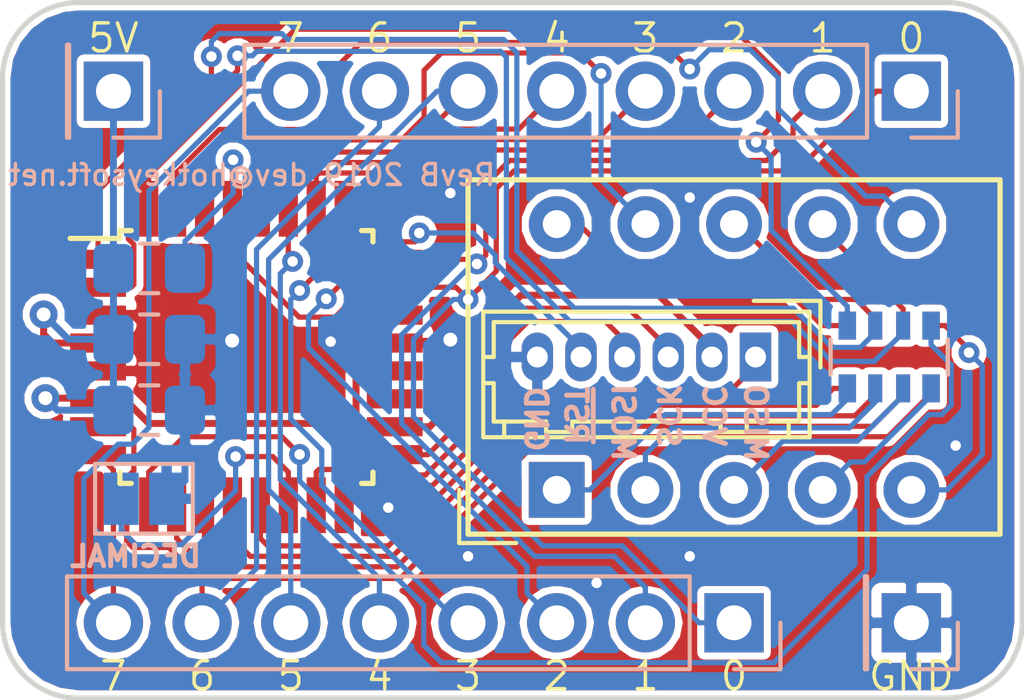
<source format=kicad_pcb>
(kicad_pcb (version 20171130) (host pcbnew "(5.1.4)-1")

  (general
    (thickness 1.6)
    (drawings 36)
    (tracks 407)
    (zones 0)
    (modules 13)
    (nets 36)
  )

  (page A4)
  (title_block
    (title "8 bit 7 segment indicator")
    (date 2019-08-10)
    (rev B)
  )

  (layers
    (0 F.Cu signal)
    (31 B.Cu signal)
    (32 B.Adhes user hide)
    (33 F.Adhes user hide)
    (34 B.Paste user hide)
    (35 F.Paste user hide)
    (36 B.SilkS user)
    (37 F.SilkS user)
    (38 B.Mask user hide)
    (39 F.Mask user hide)
    (44 Edge.Cuts user)
    (45 Margin user hide)
    (46 B.CrtYd user hide)
    (47 F.CrtYd user hide)
    (48 B.Fab user hide)
    (49 F.Fab user hide)
  )

  (setup
    (last_trace_width 0.15)
    (trace_clearance 0.15)
    (zone_clearance 0.15)
    (zone_45_only no)
    (trace_min 0.15)
    (via_size 0.6)
    (via_drill 0.3)
    (via_min_size 0.6)
    (via_min_drill 0.3)
    (uvia_size 0.3)
    (uvia_drill 0.1)
    (uvias_allowed no)
    (uvia_min_size 0.2)
    (uvia_min_drill 0.1)
    (edge_width 0.15)
    (segment_width 0.2)
    (pcb_text_width 0.3)
    (pcb_text_size 1.5 1.5)
    (mod_edge_width 0.15)
    (mod_text_size 1 1)
    (mod_text_width 0.15)
    (pad_size 1.524 1.524)
    (pad_drill 0.762)
    (pad_to_mask_clearance 0.1)
    (aux_axis_origin 0 0)
    (grid_origin 63.5 38.1)
    (visible_elements 7FFFFFFF)
    (pcbplotparams
      (layerselection 0x010f0_ffffffff)
      (usegerberextensions false)
      (usegerberattributes false)
      (usegerberadvancedattributes false)
      (creategerberjobfile false)
      (excludeedgelayer true)
      (linewidth 0.100000)
      (plotframeref false)
      (viasonmask false)
      (mode 1)
      (useauxorigin false)
      (hpglpennumber 1)
      (hpglpenspeed 20)
      (hpglpendiameter 15.000000)
      (psnegative false)
      (psa4output false)
      (plotreference true)
      (plotvalue true)
      (plotinvisibletext false)
      (padsonsilk false)
      (subtractmaskfromsilk false)
      (outputformat 1)
      (mirror false)
      (drillshape 0)
      (scaleselection 1)
      (outputdirectory "plot"))
  )

  (net 0 "")
  (net 1 "Net-(U2-Pad19)")
  (net 2 "Net-(U2-Pad22)")
  (net 3 VCC)
  (net 4 GND)
  (net 5 /IN0)
  (net 6 /IN1)
  (net 7 /IN2)
  (net 8 /IN3)
  (net 9 /IN4)
  (net 10 /IN5)
  (net 11 /IN6)
  (net 12 /IN7)
  (net 13 "Net-(JP2-Pad1)")
  (net 14 ~RESET)
  (net 15 "Net-(RN1-Pad1)")
  (net 16 "Net-(RN1-Pad3)")
  (net 17 "Net-(RN1-Pad2)")
  (net 18 "Net-(RN1-Pad4)")
  (net 19 "Net-(RN2-Pad5)")
  (net 20 "Net-(RN2-Pad6)")
  (net 21 "Net-(RN2-Pad8)")
  (net 22 "Net-(RN2-Pad7)")
  (net 23 D0)
  (net 24 D1)
  (net 25 SEG_D)
  (net 26 SEG_E)
  (net 27 SEG_C)
  (net 28 SEG_G)
  (net 29 SEG_F)
  (net 30 SEG_B)
  (net 31 SEG_DP)
  (net 32 SEG_A)
  (net 33 MOSI)
  (net 34 MISO)
  (net 35 SCK)

  (net_class Default "This is the default net class."
    (clearance 0.15)
    (trace_width 0.15)
    (via_dia 0.6)
    (via_drill 0.3)
    (uvia_dia 0.3)
    (uvia_drill 0.1)
    (add_net /IN0)
    (add_net /IN1)
    (add_net /IN2)
    (add_net /IN3)
    (add_net /IN4)
    (add_net /IN5)
    (add_net /IN6)
    (add_net /IN7)
    (add_net D0)
    (add_net D1)
    (add_net MISO)
    (add_net MOSI)
    (add_net "Net-(JP2-Pad1)")
    (add_net "Net-(RN1-Pad1)")
    (add_net "Net-(RN1-Pad2)")
    (add_net "Net-(RN1-Pad3)")
    (add_net "Net-(RN1-Pad4)")
    (add_net "Net-(RN2-Pad5)")
    (add_net "Net-(RN2-Pad6)")
    (add_net "Net-(RN2-Pad7)")
    (add_net "Net-(RN2-Pad8)")
    (add_net "Net-(U2-Pad19)")
    (add_net "Net-(U2-Pad22)")
    (add_net SCK)
    (add_net SEG_A)
    (add_net SEG_B)
    (add_net SEG_C)
    (add_net SEG_D)
    (add_net SEG_DP)
    (add_net SEG_E)
    (add_net SEG_F)
    (add_net SEG_G)
    (add_net ~RESET)
  )

  (net_class POWER ""
    (clearance 0.2)
    (trace_width 0.2)
    (via_dia 0.8)
    (via_drill 0.4)
    (uvia_dia 0.3)
    (uvia_drill 0.1)
    (add_net GND)
    (add_net VCC)
  )

  (module DTLib:LTD-2601G (layer F.Cu) (tedit 5F206CF4) (tstamp 5D370B85)
    (at 76.2 49.53)
    (descr "Two digits 7 segment green")
    (tags "Two digits 7 segment green")
    (path /5D35F2AF)
    (fp_text reference U1 (at -1.27 2.54) (layer F.SilkS) hide
      (effects (font (size 1 1) (thickness 0.15)))
    )
    (fp_text value LTD-2601G (at 2.286 0.254) (layer F.Fab) hide
      (effects (font (size 1 1) (thickness 0.15)))
    )
    (fp_line (start -2.794 1.524) (end -2.794 0) (layer F.SilkS) (width 0.12))
    (fp_line (start -1.164 1.524) (end -2.794 1.524) (layer F.SilkS) (width 0.12))
    (fp_text user %R (at 5.08 -3.81) (layer F.Fab)
      (effects (font (size 1 1) (thickness 0.15)))
    )
    (fp_line (start -2.54 -8.89) (end -2.54 1.27) (layer F.SilkS) (width 0.15))
    (fp_line (start -2.54 1.27) (end 12.7 1.27) (layer F.SilkS) (width 0.15))
    (fp_line (start 12.7 1.27) (end 12.7 -8.89) (layer F.SilkS) (width 0.15))
    (fp_line (start 12.7 -8.89) (end -2.54 -8.89) (layer F.SilkS) (width 0.15))
    (fp_line (start -2.43 -8.81) (end 12.59 -8.81) (layer F.Fab) (width 0.1))
    (fp_line (start 12.59 -8.81) (end 12.59 1.19) (layer F.Fab) (width 0.1))
    (fp_line (start 12.59 1.19) (end -2.43 1.19) (layer F.Fab) (width 0.1))
    (fp_line (start -2.43 1.19) (end -2.43 -8.74) (layer F.Fab) (width 0.1))
    (fp_line (start -3.048 -9.398) (end 13.208 -9.398) (layer F.CrtYd) (width 0.05))
    (fp_line (start 13.208 -9.398) (end 13.208 1.778) (layer F.CrtYd) (width 0.05))
    (fp_line (start -3.048 1.778) (end 13.208 1.778) (layer F.CrtYd) (width 0.05))
    (fp_line (start -3.048 1.778) (end -3.048 -9.398) (layer F.CrtYd) (width 0.05))
    (pad 10 thru_hole circle (at 0 -7.62 90) (size 1.6 1.6) (drill 0.8) (layers *.Cu *.Mask)
      (net 29 SEG_F))
    (pad 9 thru_hole circle (at 2.54 -7.62 90) (size 1.6 1.6) (drill 0.8) (layers *.Cu *.Mask)
      (net 23 D0))
    (pad 8 thru_hole circle (at 5.08 -7.62 90) (size 1.6 1.6) (drill 0.8) (layers *.Cu *.Mask)
      (net 30 SEG_B))
    (pad 7 thru_hole circle (at 7.62 -7.62 90) (size 1.6 1.6) (drill 0.8) (layers *.Cu *.Mask)
      (net 32 SEG_A))
    (pad 6 thru_hole circle (at 10.16 -7.62 90) (size 1.6 1.6) (drill 0.8) (layers *.Cu *.Mask)
      (net 24 D1))
    (pad 5 thru_hole circle (at 10.16 0 90) (size 1.6 1.6) (drill 0.8) (layers *.Cu *.Mask)
      (net 31 SEG_DP))
    (pad 4 thru_hole circle (at 7.62 0 90) (size 1.6 1.6) (drill 0.8) (layers *.Cu *.Mask)
      (net 28 SEG_G))
    (pad 3 thru_hole circle (at 5.08 0 90) (size 1.6 1.6) (drill 0.8) (layers *.Cu *.Mask)
      (net 27 SEG_C))
    (pad 2 thru_hole circle (at 2.54 0 90) (size 1.6 1.6) (drill 0.8) (layers *.Cu *.Mask)
      (net 25 SEG_D))
    (pad 1 thru_hole rect (at 0 0 90) (size 1.6 1.6) (drill 0.8) (layers *.Cu *.Mask)
      (net 26 SEG_E))
    (model ${KIPRJMOD}/commonlib/DTLib.pretty/LTD-2601G.step
      (offset (xyz 5.08 3.8 5))
      (scale (xyz 1 0.68 0.68))
      (rotate (xyz 0 0 0))
    )
  )

  (module Connector_Hirose:Hirose_DF13-06P-1.25DSA_1x06_P1.25mm_Vertical (layer F.Cu) (tedit 5D549072) (tstamp 5D5748DB)
    (at 81.895 45.72 180)
    (descr "Molex DF13 through hole, DF13-06P-1.25DSA, 6 Pins per row (https://www.hirose.com/product/en/products/DF13/DF13-2P-1.25DSA%2850%29/), generated with kicad-footprint-generator")
    (tags "connector Hirose  side entry")
    (path /5D573989)
    (fp_text reference J5 (at 2.901 -0.508 180) (layer F.SilkS) hide
      (effects (font (size 1 1) (thickness 0.15)))
    )
    (fp_text value AVR-ISP-6 (at 3.12 2.4 180) (layer F.Fab)
      (effects (font (size 1 1) (thickness 0.15)))
    )
    (fp_line (start -1.45 -2.2) (end -1.45 1.2) (layer F.Fab) (width 0.1))
    (fp_line (start -1.45 1.2) (end 7.7 1.2) (layer F.Fab) (width 0.1))
    (fp_line (start 7.7 1.2) (end 7.7 -2.2) (layer F.Fab) (width 0.1))
    (fp_line (start 7.7 -2.2) (end -1.45 -2.2) (layer F.Fab) (width 0.1))
    (fp_line (start -1.55 -2.3) (end -1.55 1.3) (layer F.SilkS) (width 0.12))
    (fp_line (start -1.55 1.3) (end 7.8 1.3) (layer F.SilkS) (width 0.12))
    (fp_line (start 7.8 1.3) (end 7.8 -2.3) (layer F.SilkS) (width 0.12))
    (fp_line (start 7.8 -2.3) (end -1.55 -2.3) (layer F.SilkS) (width 0.12))
    (fp_line (start -1.86 -0.3) (end -1.86 1.61) (layer F.SilkS) (width 0.12))
    (fp_line (start -1.86 1.61) (end 0.05 1.61) (layer F.SilkS) (width 0.12))
    (fp_line (start -0.5 1.2) (end 0 0.492893) (layer F.Fab) (width 0.1))
    (fp_line (start 0 0.492893) (end 0.5 1.2) (layer F.Fab) (width 0.1))
    (fp_line (start -1.55 0) (end -1.25 0) (layer F.SilkS) (width 0.12))
    (fp_line (start -1.25 0) (end -1.25 1) (layer F.SilkS) (width 0.12))
    (fp_line (start -1.25 1) (end 7.5 1) (layer F.SilkS) (width 0.12))
    (fp_line (start 7.5 1) (end 7.5 0) (layer F.SilkS) (width 0.12))
    (fp_line (start 7.5 0) (end 7.8 0) (layer F.SilkS) (width 0.12))
    (fp_line (start -1.55 -0.75) (end -1.25 -0.75) (layer F.SilkS) (width 0.12))
    (fp_line (start -1.25 -0.75) (end -1.25 -1.85) (layer F.SilkS) (width 0.12))
    (fp_line (start -1.25 -1.85) (end -0.95 -1.85) (layer F.SilkS) (width 0.12))
    (fp_line (start -0.95 -1.85) (end -0.95 -2.3) (layer F.SilkS) (width 0.12))
    (fp_line (start 7.8 -0.75) (end 7.5 -0.75) (layer F.SilkS) (width 0.12))
    (fp_line (start 7.5 -0.75) (end 7.5 -1.85) (layer F.SilkS) (width 0.12))
    (fp_line (start 7.5 -1.85) (end 7.2 -1.85) (layer F.SilkS) (width 0.12))
    (fp_line (start 7.2 -1.85) (end 7.2 -2.3) (layer F.SilkS) (width 0.12))
    (fp_line (start -0.95 -1.85) (end 0.25 -1.85) (layer F.SilkS) (width 0.12))
    (fp_line (start 0.25 -1.85) (end 0.25 -2.15) (layer F.SilkS) (width 0.12))
    (fp_line (start 0.25 -2.15) (end 1 -2.15) (layer F.SilkS) (width 0.12))
    (fp_line (start 1 -2.15) (end 1 -1.85) (layer F.SilkS) (width 0.12))
    (fp_line (start 1 -1.85) (end 5.25 -1.85) (layer F.SilkS) (width 0.12))
    (fp_line (start 5.25 -1.85) (end 5.25 -2.15) (layer F.SilkS) (width 0.12))
    (fp_line (start 5.25 -2.15) (end 6 -2.15) (layer F.SilkS) (width 0.12))
    (fp_line (start 6 -2.15) (end 6 -1.85) (layer F.SilkS) (width 0.12))
    (fp_line (start 6 -1.85) (end 7.2 -1.85) (layer F.SilkS) (width 0.12))
    (fp_line (start -1.95 -2.7) (end -1.95 1.7) (layer F.CrtYd) (width 0.05))
    (fp_line (start -1.95 1.7) (end 8.2 1.7) (layer F.CrtYd) (width 0.05))
    (fp_line (start 8.2 1.7) (end 8.2 -2.7) (layer F.CrtYd) (width 0.05))
    (fp_line (start 8.2 -2.7) (end -1.95 -2.7) (layer F.CrtYd) (width 0.05))
    (fp_text user %R (at 3.12 -1.5 180) (layer F.Fab)
      (effects (font (size 1 1) (thickness 0.15)))
    )
    (pad 1 thru_hole rect (at 0 0 180) (size 0.9 1.4) (drill 0.6) (layers *.Cu *.Mask)
      (net 34 MISO))
    (pad 2 thru_hole oval (at 1.25 0 180) (size 0.9 1.4) (drill 0.6) (layers *.Cu *.Mask)
      (net 3 VCC))
    (pad 3 thru_hole oval (at 2.5 0 180) (size 0.9 1.4) (drill 0.6) (layers *.Cu *.Mask)
      (net 35 SCK))
    (pad 4 thru_hole oval (at 3.75 0 180) (size 0.9 1.4) (drill 0.6) (layers *.Cu *.Mask)
      (net 33 MOSI))
    (pad 5 thru_hole oval (at 5 0 180) (size 0.9 1.4) (drill 0.6) (layers *.Cu *.Mask)
      (net 14 ~RESET))
    (pad 6 thru_hole oval (at 6.25 0 180) (size 0.9 1.4) (drill 0.6) (layers *.Cu *.Mask)
      (net 4 GND))
    (model ${KISYS3DMOD}/Connector_Hirose.3dshapes/Hirose_DF13-06P-1.25DSA_1x06_P1.25mm_Vertical.wrl
      (at (xyz 0 0 0))
      (scale (xyz 1 1 1))
      (rotate (xyz 0 0 0))
    )
  )

  (module Package_QFP:TQFP-32_7x7mm_P0.8mm (layer F.Cu) (tedit 5D363EE0) (tstamp 5D362C12)
    (at 67.31 45.72)
    (descr "32-Lead Plastic Thin Quad Flatpack (PT) - 7x7x1.0 mm Body, 2.00 mm [TQFP] (see Microchip Packaging Specification 00000049BS.pdf)")
    (tags "QFP 0.8")
    (path /5D361F1B)
    (attr smd)
    (fp_text reference U2 (at -4.79 4.59) (layer F.SilkS) hide
      (effects (font (size 1 1) (thickness 0.15)))
    )
    (fp_text value ATmega328P-AU (at 0 6.05) (layer F.Fab)
      (effects (font (size 1 1) (thickness 0.15)))
    )
    (fp_text user %R (at 0 0) (layer F.Fab)
      (effects (font (size 1 1) (thickness 0.15)))
    )
    (fp_line (start -2.5 -3.5) (end 3.5 -3.5) (layer F.Fab) (width 0.15))
    (fp_line (start 3.5 -3.5) (end 3.5 3.5) (layer F.Fab) (width 0.15))
    (fp_line (start 3.5 3.5) (end -3.5 3.5) (layer F.Fab) (width 0.15))
    (fp_line (start -3.5 3.5) (end -3.5 -2.5) (layer F.Fab) (width 0.15))
    (fp_line (start -3.5 -2.5) (end -2.5 -3.5) (layer F.Fab) (width 0.15))
    (fp_line (start -5.3 -5.3) (end -5.3 5.3) (layer F.CrtYd) (width 0.05))
    (fp_line (start 5.3 -5.3) (end 5.3 5.3) (layer F.CrtYd) (width 0.05))
    (fp_line (start -5.3 -5.3) (end 5.3 -5.3) (layer F.CrtYd) (width 0.05))
    (fp_line (start -5.3 5.3) (end 5.3 5.3) (layer F.CrtYd) (width 0.05))
    (fp_line (start -3.625 -3.625) (end -3.625 -3.4) (layer F.SilkS) (width 0.15))
    (fp_line (start 3.625 -3.625) (end 3.625 -3.3) (layer F.SilkS) (width 0.15))
    (fp_line (start 3.625 3.625) (end 3.625 3.3) (layer F.SilkS) (width 0.15))
    (fp_line (start -3.625 3.625) (end -3.625 3.3) (layer F.SilkS) (width 0.15))
    (fp_line (start -3.625 -3.625) (end -3.3 -3.625) (layer F.SilkS) (width 0.15))
    (fp_line (start -3.625 3.625) (end -3.3 3.625) (layer F.SilkS) (width 0.15))
    (fp_line (start 3.625 3.625) (end 3.3 3.625) (layer F.SilkS) (width 0.15))
    (fp_line (start 3.625 -3.625) (end 3.3 -3.625) (layer F.SilkS) (width 0.15))
    (fp_line (start -3.625 -3.4) (end -5.05 -3.4) (layer F.SilkS) (width 0.15))
    (pad 1 smd rect (at -4.25 -2.8) (size 1.6 0.55) (layers F.Cu F.Paste F.Mask)
      (net 17 "Net-(RN1-Pad2)"))
    (pad 2 smd rect (at -4.25 -2) (size 1.6 0.55) (layers F.Cu F.Paste F.Mask)
      (net 16 "Net-(RN1-Pad3)"))
    (pad 3 smd rect (at -4.25 -1.2) (size 1.6 0.55) (layers F.Cu F.Paste F.Mask)
      (net 4 GND))
    (pad 4 smd rect (at -4.25 -0.4) (size 1.6 0.55) (layers F.Cu F.Paste F.Mask)
      (net 3 VCC))
    (pad 5 smd rect (at -4.25 0.4) (size 1.6 0.55) (layers F.Cu F.Paste F.Mask)
      (net 4 GND))
    (pad 6 smd rect (at -4.25 1.2) (size 1.6 0.55) (layers F.Cu F.Paste F.Mask)
      (net 3 VCC))
    (pad 7 smd rect (at -4.25 2) (size 1.6 0.55) (layers F.Cu F.Paste F.Mask)
      (net 11 /IN6))
    (pad 8 smd rect (at -4.25 2.8) (size 1.6 0.55) (layers F.Cu F.Paste F.Mask)
      (net 12 /IN7))
    (pad 9 smd rect (at -2.8 4.25 90) (size 1.6 0.55) (layers F.Cu F.Paste F.Mask)
      (net 18 "Net-(RN1-Pad4)"))
    (pad 10 smd rect (at -2 4.25 90) (size 1.6 0.55) (layers F.Cu F.Paste F.Mask)
      (net 21 "Net-(RN2-Pad8)"))
    (pad 11 smd rect (at -1.2 4.25 90) (size 1.6 0.55) (layers F.Cu F.Paste F.Mask)
      (net 22 "Net-(RN2-Pad7)"))
    (pad 12 smd rect (at -0.4 4.25 90) (size 1.6 0.55) (layers F.Cu F.Paste F.Mask)
      (net 20 "Net-(RN2-Pad6)"))
    (pad 13 smd rect (at 0.4 4.25 90) (size 1.6 0.55) (layers F.Cu F.Paste F.Mask)
      (net 19 "Net-(RN2-Pad5)"))
    (pad 14 smd rect (at 1.2 4.25 90) (size 1.6 0.55) (layers F.Cu F.Paste F.Mask)
      (net 13 "Net-(JP2-Pad1)"))
    (pad 15 smd rect (at 2 4.25 90) (size 1.6 0.55) (layers F.Cu F.Paste F.Mask)
      (net 33 MOSI))
    (pad 16 smd rect (at 2.8 4.25 90) (size 1.6 0.55) (layers F.Cu F.Paste F.Mask)
      (net 34 MISO))
    (pad 17 smd rect (at 4.25 2.8) (size 1.6 0.55) (layers F.Cu F.Paste F.Mask)
      (net 35 SCK))
    (pad 18 smd rect (at 4.25 2) (size 1.6 0.55) (layers F.Cu F.Paste F.Mask)
      (net 3 VCC))
    (pad 19 smd rect (at 4.25 1.2) (size 1.6 0.55) (layers F.Cu F.Paste F.Mask)
      (net 1 "Net-(U2-Pad19)"))
    (pad 20 smd rect (at 4.25 0.4) (size 1.6 0.55) (layers F.Cu F.Paste F.Mask)
      (net 3 VCC))
    (pad 21 smd rect (at 4.25 -0.4) (size 1.6 0.55) (layers F.Cu F.Paste F.Mask)
      (net 4 GND))
    (pad 22 smd rect (at 4.25 -1.2) (size 1.6 0.55) (layers F.Cu F.Paste F.Mask)
      (net 2 "Net-(U2-Pad22)"))
    (pad 23 smd rect (at 4.25 -2) (size 1.6 0.55) (layers F.Cu F.Paste F.Mask)
      (net 5 /IN0))
    (pad 24 smd rect (at 4.25 -2.8) (size 1.6 0.55) (layers F.Cu F.Paste F.Mask)
      (net 6 /IN1))
    (pad 25 smd rect (at 2.8 -4.25 90) (size 1.6 0.55) (layers F.Cu F.Paste F.Mask)
      (net 7 /IN2))
    (pad 26 smd rect (at 2 -4.25 90) (size 1.6 0.55) (layers F.Cu F.Paste F.Mask)
      (net 8 /IN3))
    (pad 27 smd rect (at 1.2 -4.25 90) (size 1.6 0.55) (layers F.Cu F.Paste F.Mask)
      (net 9 /IN4))
    (pad 28 smd rect (at 0.4 -4.25 90) (size 1.6 0.55) (layers F.Cu F.Paste F.Mask)
      (net 10 /IN5))
    (pad 29 smd rect (at -0.4 -4.25 90) (size 1.6 0.55) (layers F.Cu F.Paste F.Mask)
      (net 14 ~RESET))
    (pad 30 smd rect (at -1.2 -4.25 90) (size 1.6 0.55) (layers F.Cu F.Paste F.Mask)
      (net 23 D0))
    (pad 31 smd rect (at -2 -4.25 90) (size 1.6 0.55) (layers F.Cu F.Paste F.Mask)
      (net 24 D1))
    (pad 32 smd rect (at -2.8 -4.25 90) (size 1.6 0.55) (layers F.Cu F.Paste F.Mask)
      (net 15 "Net-(RN1-Pad1)"))
    (model ${KISYS3DMOD}/Package_QFP.3dshapes/TQFP-32_7x7mm_P0.8mm.wrl
      (at (xyz 0 0 0))
      (scale (xyz 1 1 1))
      (rotate (xyz 0 0 0))
    )
  )

  (module Capacitor_SMD:C_0805_2012Metric_Pad1.15x1.40mm_HandSolder (layer B.Cu) (tedit 5D4ED748) (tstamp 5D529DFF)
    (at 64.525 47.244)
    (descr "Capacitor SMD 0805 (2012 Metric), square (rectangular) end terminal, IPC_7351 nominal with elongated pad for handsoldering. (Body size source: https://docs.google.com/spreadsheets/d/1BsfQQcO9C6DZCsRaXUlFlo91Tg2WpOkGARC1WS5S8t0/edit?usp=sharing), generated with kicad-footprint-generator")
    (tags "capacitor handsolder")
    (path /5D50F7BC)
    (attr smd)
    (fp_text reference C2 (at 2.785 0) (layer B.SilkS) hide
      (effects (font (size 1 1) (thickness 0.15)) (justify mirror))
    )
    (fp_text value 0.1uF (at 0 -0.254) (layer B.Fab)
      (effects (font (size 1 1) (thickness 0.15)) (justify mirror))
    )
    (fp_line (start -1 -0.6) (end -1 0.6) (layer B.Fab) (width 0.1))
    (fp_line (start -1 0.6) (end 1 0.6) (layer B.Fab) (width 0.1))
    (fp_line (start 1 0.6) (end 1 -0.6) (layer B.Fab) (width 0.1))
    (fp_line (start 1 -0.6) (end -1 -0.6) (layer B.Fab) (width 0.1))
    (fp_line (start -0.261252 0.71) (end 0.261252 0.71) (layer B.SilkS) (width 0.12))
    (fp_line (start -0.261252 -0.71) (end 0.261252 -0.71) (layer B.SilkS) (width 0.12))
    (fp_line (start -1.85 -0.95) (end -1.85 0.95) (layer B.CrtYd) (width 0.05))
    (fp_line (start -1.85 0.95) (end 1.85 0.95) (layer B.CrtYd) (width 0.05))
    (fp_line (start 1.85 0.95) (end 1.85 -0.95) (layer B.CrtYd) (width 0.05))
    (fp_line (start 1.85 -0.95) (end -1.85 -0.95) (layer B.CrtYd) (width 0.05))
    (fp_text user %R (at 0 0) (layer B.Fab)
      (effects (font (size 0.5 0.5) (thickness 0.08)) (justify mirror))
    )
    (pad 1 smd roundrect (at -1.025 0) (size 1.15 1.4) (layers B.Cu B.Paste B.Mask) (roundrect_rratio 0.217391)
      (net 3 VCC))
    (pad 2 smd roundrect (at 1.025 0) (size 1.15 1.4) (layers B.Cu B.Paste B.Mask) (roundrect_rratio 0.217391)
      (net 4 GND))
    (model ${KISYS3DMOD}/Capacitor_SMD.3dshapes/C_0805_2012Metric.wrl
      (at (xyz 0 0 0))
      (scale (xyz 1 1 1))
      (rotate (xyz 0 0 0))
    )
  )

  (module Resistor_SMD:R_Array_Convex_4x0603 (layer F.Cu) (tedit 5D51A40B) (tstamp 5D52723D)
    (at 85.725 45.72 270)
    (descr "Chip Resistor Network, ROHM MNR14 (see mnr_g.pdf)")
    (tags "resistor array")
    (path /5D4F8BD4)
    (attr smd)
    (fp_text reference RN2 (at 0 -2.54 270) (layer F.SilkS) hide
      (effects (font (size 1 1) (thickness 0.15)))
    )
    (fp_text value 220 (at 0 0 180) (layer F.Fab)
      (effects (font (size 1 1) (thickness 0.15)))
    )
    (fp_line (start 1.55 1.85) (end -1.55 1.85) (layer F.CrtYd) (width 0.05))
    (fp_line (start 1.55 1.85) (end 1.55 -1.85) (layer F.CrtYd) (width 0.05))
    (fp_line (start -1.55 -1.85) (end -1.55 1.85) (layer F.CrtYd) (width 0.05))
    (fp_line (start -1.55 -1.85) (end 1.55 -1.85) (layer F.CrtYd) (width 0.05))
    (fp_line (start 0.5 -1.68) (end -0.5 -1.68) (layer F.SilkS) (width 0.12))
    (fp_line (start 0.5 1.68) (end -0.5 1.68) (layer F.SilkS) (width 0.12))
    (fp_line (start -0.8 1.6) (end -0.8 -1.6) (layer F.Fab) (width 0.1))
    (fp_line (start 0.8 1.6) (end -0.8 1.6) (layer F.Fab) (width 0.1))
    (fp_line (start 0.8 -1.6) (end 0.8 1.6) (layer F.Fab) (width 0.1))
    (fp_line (start -0.8 -1.6) (end 0.8 -1.6) (layer F.Fab) (width 0.1))
    (fp_text user %R (at 0 0) (layer F.Fab)
      (effects (font (size 0.5 0.5) (thickness 0.075)))
    )
    (pad 5 smd rect (at 0.9 1.2 270) (size 0.8 0.5) (layers F.Cu F.Paste F.Mask)
      (net 19 "Net-(RN2-Pad5)"))
    (pad 6 smd rect (at 0.9 0.4 270) (size 0.8 0.4) (layers F.Cu F.Paste F.Mask)
      (net 20 "Net-(RN2-Pad6)"))
    (pad 8 smd rect (at 0.9 -1.2 270) (size 0.8 0.5) (layers F.Cu F.Paste F.Mask)
      (net 21 "Net-(RN2-Pad8)"))
    (pad 7 smd rect (at 0.9 -0.4 270) (size 0.8 0.4) (layers F.Cu F.Paste F.Mask)
      (net 22 "Net-(RN2-Pad7)"))
    (pad 4 smd rect (at -0.9 1.2 270) (size 0.8 0.5) (layers F.Cu F.Paste F.Mask)
      (net 29 SEG_F))
    (pad 2 smd rect (at -0.9 -0.4 270) (size 0.8 0.4) (layers F.Cu F.Paste F.Mask)
      (net 32 SEG_A))
    (pad 3 smd rect (at -0.9 0.4 270) (size 0.8 0.4) (layers F.Cu F.Paste F.Mask)
      (net 30 SEG_B))
    (pad 1 smd rect (at -0.9 -1.2 270) (size 0.8 0.5) (layers F.Cu F.Paste F.Mask)
      (net 31 SEG_DP))
    (model ${KISYS3DMOD}/Resistor_SMD.3dshapes/R_Array_Convex_4x0603.wrl
      (at (xyz 0 0 0))
      (scale (xyz 1 1 1))
      (rotate (xyz 0 0 0))
    )
  )

  (module Resistor_SMD:R_Array_Convex_4x0603 (layer B.Cu) (tedit 5D4ED73A) (tstamp 5D527226)
    (at 85.725 45.72 270)
    (descr "Chip Resistor Network, ROHM MNR14 (see mnr_g.pdf)")
    (tags "resistor array")
    (path /5D4F5153)
    (attr smd)
    (fp_text reference RN1 (at 0 -3.429) (layer B.SilkS) hide
      (effects (font (size 1 1) (thickness 0.15)) (justify mirror))
    )
    (fp_text value 220 (at 0 0) (layer B.Fab)
      (effects (font (size 1 1) (thickness 0.15)) (justify mirror))
    )
    (fp_text user %R (at 0 0 180) (layer B.Fab)
      (effects (font (size 0.5 0.5) (thickness 0.075)) (justify mirror))
    )
    (fp_line (start -0.8 1.6) (end 0.8 1.6) (layer B.Fab) (width 0.1))
    (fp_line (start 0.8 1.6) (end 0.8 -1.6) (layer B.Fab) (width 0.1))
    (fp_line (start 0.8 -1.6) (end -0.8 -1.6) (layer B.Fab) (width 0.1))
    (fp_line (start -0.8 -1.6) (end -0.8 1.6) (layer B.Fab) (width 0.1))
    (fp_line (start 0.5 -1.68) (end -0.5 -1.68) (layer B.SilkS) (width 0.12))
    (fp_line (start 0.5 1.68) (end -0.5 1.68) (layer B.SilkS) (width 0.12))
    (fp_line (start -1.55 1.85) (end 1.55 1.85) (layer B.CrtYd) (width 0.05))
    (fp_line (start -1.55 1.85) (end -1.55 -1.85) (layer B.CrtYd) (width 0.05))
    (fp_line (start 1.55 -1.85) (end 1.55 1.85) (layer B.CrtYd) (width 0.05))
    (fp_line (start 1.55 -1.85) (end -1.55 -1.85) (layer B.CrtYd) (width 0.05))
    (pad 1 smd rect (at -0.9 1.2 270) (size 0.8 0.5) (layers B.Cu B.Paste B.Mask)
      (net 15 "Net-(RN1-Pad1)"))
    (pad 3 smd rect (at -0.9 -0.4 270) (size 0.8 0.4) (layers B.Cu B.Paste B.Mask)
      (net 16 "Net-(RN1-Pad3)"))
    (pad 2 smd rect (at -0.9 0.4 270) (size 0.8 0.4) (layers B.Cu B.Paste B.Mask)
      (net 17 "Net-(RN1-Pad2)"))
    (pad 4 smd rect (at -0.9 -1.2 270) (size 0.8 0.5) (layers B.Cu B.Paste B.Mask)
      (net 18 "Net-(RN1-Pad4)"))
    (pad 7 smd rect (at 0.9 0.4 270) (size 0.8 0.4) (layers B.Cu B.Paste B.Mask)
      (net 25 SEG_D))
    (pad 8 smd rect (at 0.9 1.2 270) (size 0.8 0.5) (layers B.Cu B.Paste B.Mask)
      (net 26 SEG_E))
    (pad 6 smd rect (at 0.9 -0.4 270) (size 0.8 0.4) (layers B.Cu B.Paste B.Mask)
      (net 27 SEG_C))
    (pad 5 smd rect (at 0.9 -1.2 270) (size 0.8 0.5) (layers B.Cu B.Paste B.Mask)
      (net 28 SEG_G))
    (model ${KISYS3DMOD}/Resistor_SMD.3dshapes/R_Array_Convex_4x0603.wrl
      (at (xyz 0 0 0))
      (scale (xyz 1 1 1))
      (rotate (xyz 0 0 0))
    )
  )

  (module Jumper:SolderJumper-2_P1.3mm_Open_Pad1.0x1.5mm (layer B.Cu) (tedit 5D363711) (tstamp 5D397ECA)
    (at 64.374 49.784)
    (descr "SMD Solder Jumper, 1x1.5mm Pads, 0.3mm gap, open")
    (tags "solder jumper open")
    (path /5D37DFCA)
    (attr virtual)
    (fp_text reference JP2 (at 3.81 0) (layer B.SilkS) hide
      (effects (font (size 1 1) (thickness 0.15)) (justify mirror))
    )
    (fp_text value DEC (at -0.239 0) (layer B.Fab)
      (effects (font (size 1 1) (thickness 0.15)) (justify mirror))
    )
    (fp_line (start 1.65 -1.25) (end -1.65 -1.25) (layer B.CrtYd) (width 0.05))
    (fp_line (start 1.65 -1.25) (end 1.65 1.25) (layer B.CrtYd) (width 0.05))
    (fp_line (start -1.65 1.25) (end -1.65 -1.25) (layer B.CrtYd) (width 0.05))
    (fp_line (start -1.65 1.25) (end 1.65 1.25) (layer B.CrtYd) (width 0.05))
    (fp_line (start -1.4 1) (end 1.4 1) (layer B.SilkS) (width 0.12))
    (fp_line (start 1.4 1) (end 1.4 -1) (layer B.SilkS) (width 0.12))
    (fp_line (start 1.4 -1) (end -1.4 -1) (layer B.SilkS) (width 0.12))
    (fp_line (start -1.4 -1) (end -1.4 1) (layer B.SilkS) (width 0.12))
    (pad 1 smd rect (at -0.65 0) (size 1 1.5) (layers B.Cu B.Mask)
      (net 13 "Net-(JP2-Pad1)"))
    (pad 2 smd rect (at 0.65 0) (size 1 1.5) (layers B.Cu B.Mask)
      (net 4 GND))
  )

  (module Capacitor_SMD:C_0805_2012Metric_Pad1.15x1.40mm_HandSolder (layer B.Cu) (tedit 5D4ED744) (tstamp 5D52AF4E)
    (at 64.525 45.212)
    (descr "Capacitor SMD 0805 (2012 Metric), square (rectangular) end terminal, IPC_7351 nominal with elongated pad for handsoldering. (Body size source: https://docs.google.com/spreadsheets/d/1BsfQQcO9C6DZCsRaXUlFlo91Tg2WpOkGARC1WS5S8t0/edit?usp=sharing), generated with kicad-footprint-generator")
    (tags "capacitor handsolder")
    (path /5D362615)
    (attr smd)
    (fp_text reference C1 (at 2.785 0 180) (layer B.SilkS) hide
      (effects (font (size 1 1) (thickness 0.15)) (justify mirror))
    )
    (fp_text value 0.1uF (at 0 -1.65) (layer B.Fab)
      (effects (font (size 1 1) (thickness 0.15)) (justify mirror))
    )
    (fp_line (start -1 -0.6) (end -1 0.6) (layer B.Fab) (width 0.1))
    (fp_line (start -1 0.6) (end 1 0.6) (layer B.Fab) (width 0.1))
    (fp_line (start 1 0.6) (end 1 -0.6) (layer B.Fab) (width 0.1))
    (fp_line (start 1 -0.6) (end -1 -0.6) (layer B.Fab) (width 0.1))
    (fp_line (start -0.261252 0.71) (end 0.261252 0.71) (layer B.SilkS) (width 0.12))
    (fp_line (start -0.261252 -0.71) (end 0.261252 -0.71) (layer B.SilkS) (width 0.12))
    (fp_line (start -1.85 -0.95) (end -1.85 0.95) (layer B.CrtYd) (width 0.05))
    (fp_line (start -1.85 0.95) (end 1.85 0.95) (layer B.CrtYd) (width 0.05))
    (fp_line (start 1.85 0.95) (end 1.85 -0.95) (layer B.CrtYd) (width 0.05))
    (fp_line (start 1.85 -0.95) (end -1.85 -0.95) (layer B.CrtYd) (width 0.05))
    (fp_text user %R (at 0 0) (layer B.Fab)
      (effects (font (size 0.5 0.5) (thickness 0.08)) (justify mirror))
    )
    (pad 1 smd roundrect (at -1.025 0) (size 1.15 1.4) (layers B.Cu B.Paste B.Mask) (roundrect_rratio 0.217391)
      (net 3 VCC))
    (pad 2 smd roundrect (at 1.025 0) (size 1.15 1.4) (layers B.Cu B.Paste B.Mask) (roundrect_rratio 0.217391)
      (net 4 GND))
    (model ${KISYS3DMOD}/Capacitor_SMD.3dshapes/C_0805_2012Metric.wrl
      (at (xyz 0 0 0))
      (scale (xyz 1 1 1))
      (rotate (xyz 0 0 0))
    )
  )

  (module Resistor_SMD:R_0805_2012Metric_Pad1.15x1.40mm_HandSolder (layer B.Cu) (tedit 5D4ED742) (tstamp 5D39758C)
    (at 64.525 43.18)
    (descr "Resistor SMD 0805 (2012 Metric), square (rectangular) end terminal, IPC_7351 nominal with elongated pad for handsoldering. (Body size source: https://docs.google.com/spreadsheets/d/1BsfQQcO9C6DZCsRaXUlFlo91Tg2WpOkGARC1WS5S8t0/edit?usp=sharing), generated with kicad-footprint-generator")
    (tags "resistor handsolder")
    (path /5D36370D)
    (attr smd)
    (fp_text reference R3 (at 2.785 0 180) (layer B.SilkS) hide
      (effects (font (size 1 1) (thickness 0.15)) (justify mirror))
    )
    (fp_text value 4.7k (at 0 -1.27) (layer B.Fab)
      (effects (font (size 1 1) (thickness 0.15)) (justify mirror))
    )
    (fp_line (start -1 -0.6) (end -1 0.6) (layer B.Fab) (width 0.1))
    (fp_line (start -1 0.6) (end 1 0.6) (layer B.Fab) (width 0.1))
    (fp_line (start 1 0.6) (end 1 -0.6) (layer B.Fab) (width 0.1))
    (fp_line (start 1 -0.6) (end -1 -0.6) (layer B.Fab) (width 0.1))
    (fp_line (start -0.261252 0.71) (end 0.261252 0.71) (layer B.SilkS) (width 0.12))
    (fp_line (start -0.261252 -0.71) (end 0.261252 -0.71) (layer B.SilkS) (width 0.12))
    (fp_line (start -1.85 -0.95) (end -1.85 0.95) (layer B.CrtYd) (width 0.05))
    (fp_line (start -1.85 0.95) (end 1.85 0.95) (layer B.CrtYd) (width 0.05))
    (fp_line (start 1.85 0.95) (end 1.85 -0.95) (layer B.CrtYd) (width 0.05))
    (fp_line (start 1.85 -0.95) (end -1.85 -0.95) (layer B.CrtYd) (width 0.05))
    (fp_text user %R (at 0 0) (layer B.Fab)
      (effects (font (size 0.5 0.5) (thickness 0.08)) (justify mirror))
    )
    (pad 1 smd roundrect (at -1.025 0) (size 1.15 1.4) (layers B.Cu B.Paste B.Mask) (roundrect_rratio 0.217391)
      (net 3 VCC))
    (pad 2 smd roundrect (at 1.025 0) (size 1.15 1.4) (layers B.Cu B.Paste B.Mask) (roundrect_rratio 0.217391)
      (net 14 ~RESET))
    (model ${KISYS3DMOD}/Resistor_SMD.3dshapes/R_0805_2012Metric.wrl
      (at (xyz 0 0 0))
      (scale (xyz 1 1 1))
      (rotate (xyz 0 0 0))
    )
  )

  (module Connector_PinHeader_2.54mm:PinHeader_1x08_P2.54mm_Vertical (layer B.Cu) (tedit 5D549D2C) (tstamp 5D39569B)
    (at 81.28 53.34 90)
    (descr "Through hole straight pin header, 1x08, 2.54mm pitch, single row")
    (tags "Through hole pin header THT 1x08 2.54mm single row")
    (path /5D36094B)
    (fp_text reference J4 (at 0 2.33 180) (layer B.SilkS) hide
      (effects (font (size 1 1) (thickness 0.15)) (justify mirror))
    )
    (fp_text value IN_DOWN (at 1.651 4.191) (layer F.Fab) hide
      (effects (font (size 1 1) (thickness 0.15)))
    )
    (fp_line (start -0.635 1.27) (end 1.27 1.27) (layer B.Fab) (width 0.1))
    (fp_line (start 1.27 1.27) (end 1.27 -19.05) (layer B.Fab) (width 0.1))
    (fp_line (start 1.27 -19.05) (end -1.27 -19.05) (layer B.Fab) (width 0.1))
    (fp_line (start -1.27 -19.05) (end -1.27 0.635) (layer B.Fab) (width 0.1))
    (fp_line (start -1.27 0.635) (end -0.635 1.27) (layer B.Fab) (width 0.1))
    (fp_line (start -1.33 -19.11) (end 1.33 -19.11) (layer B.SilkS) (width 0.12))
    (fp_line (start -1.33 -1.27) (end -1.33 -19.11) (layer B.SilkS) (width 0.12))
    (fp_line (start 1.33 -1.27) (end 1.33 -19.11) (layer B.SilkS) (width 0.12))
    (fp_line (start -1.33 -1.27) (end 1.33 -1.27) (layer B.SilkS) (width 0.12))
    (fp_line (start -1.33 0) (end -1.33 1.33) (layer B.SilkS) (width 0.12))
    (fp_line (start -1.33 1.33) (end 0 1.33) (layer B.SilkS) (width 0.12))
    (fp_line (start -1.8 1.8) (end -1.8 -19.55) (layer B.CrtYd) (width 0.05))
    (fp_line (start -1.8 -19.55) (end 1.8 -19.55) (layer B.CrtYd) (width 0.05))
    (fp_line (start 1.8 -19.55) (end 1.8 1.8) (layer B.CrtYd) (width 0.05))
    (fp_line (start 1.8 1.8) (end -1.8 1.8) (layer B.CrtYd) (width 0.05))
    (fp_text user %R (at 0 -8.89) (layer B.Fab)
      (effects (font (size 1 1) (thickness 0.15)) (justify mirror))
    )
    (pad 1 thru_hole rect (at 0 0 90) (size 1.7 1.7) (drill 1) (layers *.Cu *.Mask)
      (net 5 /IN0))
    (pad 2 thru_hole oval (at 0 -2.54 90) (size 1.7 1.7) (drill 1) (layers *.Cu *.Mask)
      (net 6 /IN1))
    (pad 3 thru_hole oval (at 0 -5.08 90) (size 1.7 1.7) (drill 1) (layers *.Cu *.Mask)
      (net 7 /IN2))
    (pad 4 thru_hole oval (at 0 -7.62 90) (size 1.7 1.7) (drill 1) (layers *.Cu *.Mask)
      (net 8 /IN3))
    (pad 5 thru_hole oval (at 0 -10.16 90) (size 1.7 1.7) (drill 1) (layers *.Cu *.Mask)
      (net 9 /IN4))
    (pad 6 thru_hole oval (at 0 -12.7 90) (size 1.7 1.7) (drill 1) (layers *.Cu *.Mask)
      (net 10 /IN5))
    (pad 7 thru_hole oval (at 0 -15.24 90) (size 1.7 1.7) (drill 1) (layers *.Cu *.Mask)
      (net 11 /IN6))
    (pad 8 thru_hole oval (at 0 -17.78 90) (size 1.7 1.7) (drill 1) (layers *.Cu *.Mask)
      (net 12 /IN7))
    (model ${KISYS3DMOD}/Connector_PinHeader_2.54mm.3dshapes/PinHeader_1x08_P2.54mm_Vertical.wrl
      (at (xyz 0 0 0))
      (scale (xyz 1 1 1))
      (rotate (xyz 0 0 0))
    )
  )

  (module Connector_PinHeader_2.54mm:PinHeader_1x01_P2.54mm_Vertical (layer B.Cu) (tedit 5D4E2738) (tstamp 5D395003)
    (at 86.36 53.34 90)
    (descr "Through hole straight pin header, 1x01, 2.54mm pitch, single row")
    (tags "Through hole pin header THT 1x01 2.54mm single row")
    (path /5D36003B)
    (fp_text reference J3 (at 2.54 0 90) (layer B.SilkS) hide
      (effects (font (size 1 1) (thickness 0.15)) (justify mirror))
    )
    (fp_text value GND (at 0 0 180) (layer B.Fab)
      (effects (font (size 1 1) (thickness 0.15)) (justify mirror))
    )
    (fp_text user %R (at 0 0) (layer B.Fab)
      (effects (font (size 1 1) (thickness 0.15)) (justify mirror))
    )
    (fp_line (start 1.8 1.8) (end -1.8 1.8) (layer B.CrtYd) (width 0.05))
    (fp_line (start 1.8 -1.8) (end 1.8 1.8) (layer B.CrtYd) (width 0.05))
    (fp_line (start -1.8 -1.8) (end 1.8 -1.8) (layer B.CrtYd) (width 0.05))
    (fp_line (start -1.8 1.8) (end -1.8 -1.8) (layer B.CrtYd) (width 0.05))
    (fp_line (start -1.33 1.33) (end 0 1.33) (layer B.SilkS) (width 0.12))
    (fp_line (start -1.33 0) (end -1.33 1.33) (layer B.SilkS) (width 0.12))
    (fp_line (start -1.33 -1.27) (end 1.33 -1.27) (layer B.SilkS) (width 0.12))
    (fp_line (start 1.33 -1.27) (end 1.33 -1.33) (layer B.SilkS) (width 0.12))
    (fp_line (start -1.33 -1.27) (end -1.33 -1.33) (layer B.SilkS) (width 0.12))
    (fp_line (start -1.33 -1.33) (end 1.33 -1.33) (layer B.SilkS) (width 0.12))
    (fp_line (start -1.27 0.635) (end -0.635 1.27) (layer B.Fab) (width 0.1))
    (fp_line (start -1.27 -1.27) (end -1.27 0.635) (layer B.Fab) (width 0.1))
    (fp_line (start 1.27 -1.27) (end -1.27 -1.27) (layer B.Fab) (width 0.1))
    (fp_line (start 1.27 1.27) (end 1.27 -1.27) (layer B.Fab) (width 0.1))
    (fp_line (start -0.635 1.27) (end 1.27 1.27) (layer B.Fab) (width 0.1))
    (pad 1 thru_hole rect (at 0 0 90) (size 1.7 1.7) (drill 1) (layers *.Cu *.Mask)
      (net 4 GND))
    (model ${KISYS3DMOD}/Connector_PinHeader_2.54mm.3dshapes/PinHeader_1x01_P2.54mm_Vertical.wrl
      (at (xyz 0 0 0))
      (scale (xyz 1 1 1))
      (rotate (xyz 0 0 0))
    )
  )

  (module Connector_PinHeader_2.54mm:PinHeader_1x01_P2.54mm_Vertical (layer B.Cu) (tedit 5D4E272B) (tstamp 5D394FDB)
    (at 63.5 38.1 90)
    (descr "Through hole straight pin header, 1x01, 2.54mm pitch, single row")
    (tags "Through hole pin header THT 1x01 2.54mm single row")
    (path /5D35FF85)
    (fp_text reference J1 (at -2.54 0 90) (layer B.SilkS) hide
      (effects (font (size 1 1) (thickness 0.15)) (justify mirror))
    )
    (fp_text value VCC (at 0 0 180) (layer B.Fab)
      (effects (font (size 1 1) (thickness 0.15)) (justify mirror))
    )
    (fp_line (start -0.635 1.27) (end 1.27 1.27) (layer B.Fab) (width 0.1))
    (fp_line (start 1.27 1.27) (end 1.27 -1.27) (layer B.Fab) (width 0.1))
    (fp_line (start 1.27 -1.27) (end -1.27 -1.27) (layer B.Fab) (width 0.1))
    (fp_line (start -1.27 -1.27) (end -1.27 0.635) (layer B.Fab) (width 0.1))
    (fp_line (start -1.27 0.635) (end -0.635 1.27) (layer B.Fab) (width 0.1))
    (fp_line (start -1.33 -1.33) (end 1.33 -1.33) (layer B.SilkS) (width 0.12))
    (fp_line (start -1.33 -1.27) (end -1.33 -1.33) (layer B.SilkS) (width 0.12))
    (fp_line (start 1.33 -1.27) (end 1.33 -1.33) (layer B.SilkS) (width 0.12))
    (fp_line (start -1.33 -1.27) (end 1.33 -1.27) (layer B.SilkS) (width 0.12))
    (fp_line (start -1.33 0) (end -1.33 1.33) (layer B.SilkS) (width 0.12))
    (fp_line (start -1.33 1.33) (end 0 1.33) (layer B.SilkS) (width 0.12))
    (fp_line (start -1.8 1.8) (end -1.8 -1.8) (layer B.CrtYd) (width 0.05))
    (fp_line (start -1.8 -1.8) (end 1.8 -1.8) (layer B.CrtYd) (width 0.05))
    (fp_line (start 1.8 -1.8) (end 1.8 1.8) (layer B.CrtYd) (width 0.05))
    (fp_line (start 1.8 1.8) (end -1.8 1.8) (layer B.CrtYd) (width 0.05))
    (fp_text user %R (at 0 0) (layer B.Fab)
      (effects (font (size 1 1) (thickness 0.15)) (justify mirror))
    )
    (pad 1 thru_hole rect (at 0 0 90) (size 1.7 1.7) (drill 1) (layers *.Cu *.Mask)
      (net 3 VCC))
    (model ${KISYS3DMOD}/Connector_PinHeader_2.54mm.3dshapes/PinHeader_1x01_P2.54mm_Vertical.wrl
      (at (xyz 0 0 0))
      (scale (xyz 1 1 1))
      (rotate (xyz 0 0 0))
    )
  )

  (module Connector_PinHeader_2.54mm:PinHeader_1x08_P2.54mm_Vertical (layer B.Cu) (tedit 5D547F3A) (tstamp 5D37CD4F)
    (at 86.36 38.1 90)
    (descr "Through hole straight pin header, 1x08, 2.54mm pitch, single row")
    (tags "Through hole pin header THT 1x08 2.54mm single row")
    (path /5D35FE26)
    (fp_text reference J2 (at 0 -20.32) (layer B.SilkS) hide
      (effects (font (size 1 1) (thickness 0.15)) (justify mirror))
    )
    (fp_text value IN_UP (at -1.905 -0.127 180) (layer F.Fab) hide
      (effects (font (size 1 1) (thickness 0.15)))
    )
    (fp_line (start -0.635 1.27) (end 1.27 1.27) (layer B.Fab) (width 0.1))
    (fp_line (start 1.27 1.27) (end 1.27 -19.05) (layer B.Fab) (width 0.1))
    (fp_line (start 1.27 -19.05) (end -1.27 -19.05) (layer B.Fab) (width 0.1))
    (fp_line (start -1.27 -19.05) (end -1.27 0.635) (layer B.Fab) (width 0.1))
    (fp_line (start -1.27 0.635) (end -0.635 1.27) (layer B.Fab) (width 0.1))
    (fp_line (start -1.33 -19.11) (end 1.33 -19.11) (layer B.SilkS) (width 0.12))
    (fp_line (start -1.33 -1.27) (end -1.33 -19.11) (layer B.SilkS) (width 0.12))
    (fp_line (start 1.33 -1.27) (end 1.33 -19.11) (layer B.SilkS) (width 0.12))
    (fp_line (start -1.33 -1.27) (end 1.33 -1.27) (layer B.SilkS) (width 0.12))
    (fp_line (start -1.33 0) (end -1.33 1.33) (layer B.SilkS) (width 0.12))
    (fp_line (start -1.33 1.33) (end 0 1.33) (layer B.SilkS) (width 0.12))
    (fp_line (start -1.8 1.8) (end -1.8 -19.55) (layer B.CrtYd) (width 0.05))
    (fp_line (start -1.8 -19.55) (end 1.8 -19.55) (layer B.CrtYd) (width 0.05))
    (fp_line (start 1.8 -19.55) (end 1.8 1.8) (layer B.CrtYd) (width 0.05))
    (fp_line (start 1.8 1.8) (end -1.8 1.8) (layer B.CrtYd) (width 0.05))
    (fp_text user %R (at 0 -8.89) (layer B.Fab)
      (effects (font (size 1 1) (thickness 0.15)) (justify mirror))
    )
    (pad 1 thru_hole rect (at 0 0 90) (size 1.7 1.7) (drill 1) (layers *.Cu *.Mask)
      (net 5 /IN0))
    (pad 2 thru_hole oval (at 0 -2.54 90) (size 1.7 1.7) (drill 1) (layers *.Cu *.Mask)
      (net 6 /IN1))
    (pad 3 thru_hole oval (at 0 -5.08 90) (size 1.7 1.7) (drill 1) (layers *.Cu *.Mask)
      (net 7 /IN2))
    (pad 4 thru_hole oval (at 0 -7.62 90) (size 1.7 1.7) (drill 1) (layers *.Cu *.Mask)
      (net 8 /IN3))
    (pad 5 thru_hole oval (at 0 -10.16 90) (size 1.7 1.7) (drill 1) (layers *.Cu *.Mask)
      (net 9 /IN4))
    (pad 6 thru_hole oval (at 0 -12.7 90) (size 1.7 1.7) (drill 1) (layers *.Cu *.Mask)
      (net 10 /IN5))
    (pad 7 thru_hole oval (at 0 -15.24 90) (size 1.7 1.7) (drill 1) (layers *.Cu *.Mask)
      (net 11 /IN6))
    (pad 8 thru_hole oval (at 0 -17.78 90) (size 1.7 1.7) (drill 1) (layers *.Cu *.Mask)
      (net 12 /IN7))
    (model ${KISYS3DMOD}/Connector_PinHeader_2.54mm.3dshapes/PinHeader_1x08_P2.54mm_Vertical.wrl
      (at (xyz 0 0 0))
      (scale (xyz 1 1 1))
      (rotate (xyz 0 0 0))
    )
  )

  (gr_arc (start 87.376 37.719) (end 89.535 37.719) (angle -90) (layer Edge.Cuts) (width 0.15) (tstamp 5D549CAC))
  (gr_arc (start 62.484 37.719) (end 62.484 35.56) (angle -90) (layer Edge.Cuts) (width 0.15) (tstamp 5D549CAC))
  (gr_arc (start 62.484 53.34) (end 60.325 53.34) (angle -90) (layer Edge.Cuts) (width 0.15) (tstamp 5D549CAC))
  (gr_arc (start 87.376 53.34) (end 87.376 55.499) (angle -90) (layer Edge.Cuts) (width 0.15))
  (gr_text GND (at 75.6 47.5 270) (layer B.SilkS) (tstamp 5D539F8B)
    (effects (font (size 0.6 0.6) (thickness 0.14)) (justify mirror))
  )
  (gr_text ~RST (at 76.75 47.4 270) (layer B.SilkS) (tstamp 5D539F7E)
    (effects (font (size 0.6 0.6) (thickness 0.14)) (justify mirror))
  )
  (gr_text MOSI (at 78.1 47.6 270) (layer B.SilkS) (tstamp 5D539F7C)
    (effects (font (size 0.6 0.6) (thickness 0.14)) (justify mirror))
  )
  (gr_text SCK (at 79.4 47.4 270) (layer B.SilkS) (tstamp 5D539F7A)
    (effects (font (size 0.6 0.6) (thickness 0.14)) (justify mirror))
  )
  (gr_text VCC (at 80.7 47.4 270) (layer B.SilkS) (tstamp 5D539F78)
    (effects (font (size 0.6 0.6) (thickness 0.14)) (justify mirror))
  )
  (gr_text MISO (at 81.9 47.6 270) (layer B.SilkS)
    (effects (font (size 0.6 0.6) (thickness 0.14)) (justify mirror))
  )
  (gr_line (start 62.484 35.56) (end 87.376 35.56) (layer Edge.Cuts) (width 0.15) (tstamp 5D52C6BD))
  (gr_text "RevB 2019 dev@hotkeysoft.net" (at 74.5 40.5) (layer B.SilkS)
    (effects (font (size 0.6 0.6) (thickness 0.1)) (justify left mirror))
  )
  (dimension 29.21 (width 0.3) (layer F.Fab)
    (gr_text "29.210 mm" (at 74.93 62.044) (layer F.Fab)
      (effects (font (size 1.5 1.5) (thickness 0.3)))
    )
    (feature1 (pts (xy 89.535 55.88) (xy 89.535 60.530421)))
    (feature2 (pts (xy 60.325 55.88) (xy 60.325 60.530421)))
    (crossbar (pts (xy 60.325 59.944) (xy 89.535 59.944)))
    (arrow1a (pts (xy 89.535 59.944) (xy 88.408496 60.530421)))
    (arrow1b (pts (xy 89.535 59.944) (xy 88.408496 59.357579)))
    (arrow2a (pts (xy 60.325 59.944) (xy 61.451504 60.530421)))
    (arrow2b (pts (xy 60.325 59.944) (xy 61.451504 59.357579)))
  )
  (dimension 19.939 (width 0.3) (layer F.Fab)
    (gr_text "19.939 mm" (at 52.741372 45.5295 270) (layer F.Fab)
      (effects (font (size 1.5 1.5) (thickness 0.3)))
    )
    (feature1 (pts (xy 59.667372 55.499) (xy 54.254951 55.499)))
    (feature2 (pts (xy 59.667372 35.56) (xy 54.254951 35.56)))
    (crossbar (pts (xy 54.841372 35.56) (xy 54.841372 55.499)))
    (arrow1a (pts (xy 54.841372 55.499) (xy 54.254951 54.372496)))
    (arrow1b (pts (xy 54.841372 55.499) (xy 55.427793 54.372496)))
    (arrow2a (pts (xy 54.841372 35.56) (xy 54.254951 36.686504)))
    (arrow2b (pts (xy 54.841372 35.56) (xy 55.427793 36.686504)))
  )
  (gr_text GND (at 86.36 54.864) (layer F.SilkS) (tstamp 5D36E400)
    (effects (font (size 0.8 0.8) (thickness 0.1)))
  )
  (gr_text 4 (at 71.12 54.864) (layer F.SilkS) (tstamp 5D36E292)
    (effects (font (size 0.8 0.8) (thickness 0.1)))
  )
  (gr_text 1 (at 78.74 54.864) (layer F.SilkS) (tstamp 5D36E291)
    (effects (font (size 0.8 0.8) (thickness 0.1)))
  )
  (gr_text 3 (at 73.66 54.864) (layer F.SilkS) (tstamp 5D36E290)
    (effects (font (size 0.8 0.8) (thickness 0.1)))
  )
  (gr_text 0 (at 81.28 54.864) (layer F.SilkS) (tstamp 5D36E28F)
    (effects (font (size 0.8 0.8) (thickness 0.1)))
  )
  (gr_text 7 (at 63.5 54.864) (layer F.SilkS) (tstamp 5D36E28E)
    (effects (font (size 0.8 0.8) (thickness 0.1)))
  )
  (gr_text 2 (at 76.2 54.864) (layer F.SilkS) (tstamp 5D36E28D)
    (effects (font (size 0.8 0.8) (thickness 0.1)))
  )
  (gr_text 6 (at 66.04 54.864) (layer F.SilkS) (tstamp 5D36E28C)
    (effects (font (size 0.8 0.8) (thickness 0.1)))
  )
  (gr_text 5 (at 68.58 54.864) (layer F.SilkS) (tstamp 5D36E28B)
    (effects (font (size 0.8 0.8) (thickness 0.1)))
  )
  (gr_text 7 (at 68.58 36.576) (layer F.SilkS) (tstamp 5D36DE66)
    (effects (font (size 0.8 0.8) (thickness 0.1)))
  )
  (gr_text 6 (at 71.12 36.576) (layer F.SilkS) (tstamp 5D36DDF0)
    (effects (font (size 0.8 0.8) (thickness 0.1)))
  )
  (gr_text 5 (at 73.66 36.576) (layer F.SilkS) (tstamp 5D36DD7A)
    (effects (font (size 0.8 0.8) (thickness 0.1)))
  )
  (gr_text 4 (at 76.2 36.576) (layer F.SilkS) (tstamp 5D36DD04)
    (effects (font (size 0.8 0.8) (thickness 0.1)))
  )
  (gr_text 3 (at 78.74 36.576) (layer F.SilkS) (tstamp 5D36DC8E)
    (effects (font (size 0.8 0.8) (thickness 0.1)))
  )
  (gr_text 2 (at 81.28 36.576) (layer F.SilkS) (tstamp 5D36DC18)
    (effects (font (size 0.8 0.8) (thickness 0.1)))
  )
  (gr_text 1 (at 83.82 36.576) (layer F.SilkS) (tstamp 5D36DBA2)
    (effects (font (size 0.8 0.8) (thickness 0.1)))
  )
  (gr_text 0 (at 86.36 36.576) (layer F.SilkS) (tstamp 5D36D94F)
    (effects (font (size 0.8 0.8) (thickness 0.1)))
  )
  (gr_text 5V (at 63.5 36.576) (layer F.SilkS)
    (effects (font (size 0.8 0.8) (thickness 0.1)))
  )
  (gr_text DECIMAL (at 64.135 51.435) (layer B.SilkS) (tstamp 5D36CDBD)
    (effects (font (size 0.6 0.6) (thickness 0.14)) (justify mirror))
  )
  (gr_line (start 87.376 55.499) (end 62.484 55.499) (layer Edge.Cuts) (width 0.15) (tstamp 5D54944E))
  (gr_line (start 89.535 37.719) (end 89.535 53.34) (layer Edge.Cuts) (width 0.15))
  (gr_line (start 60.325 53.34) (end 60.325 37.719) (layer Edge.Cuts) (width 0.15))

  (via (at 61.5 44.5) (size 0.8) (drill 0.4) (layers F.Cu B.Cu) (net 3))
  (segment (start 63.5 45.212) (end 62.212 45.212) (width 0.2) (layer B.Cu) (net 3) (status 10))
  (segment (start 62.212 45.212) (end 61.5 44.5) (width 0.2) (layer B.Cu) (net 3))
  (segment (start 61.754315 45.32) (end 63.06 45.32) (width 0.2) (layer F.Cu) (net 3) (status 20))
  (segment (start 61.5 45.065685) (end 61.754315 45.32) (width 0.2) (layer F.Cu) (net 3))
  (segment (start 61.5 44.5) (end 61.5 45.065685) (width 0.2) (layer F.Cu) (net 3))
  (via (at 61.55 46.9) (size 0.8) (drill 0.4) (layers F.Cu B.Cu) (net 3))
  (segment (start 63.5 47.244) (end 61.894 47.244) (width 0.2) (layer B.Cu) (net 3) (status 10))
  (segment (start 61.894 47.244) (end 61.55 46.9) (width 0.2) (layer B.Cu) (net 3))
  (segment (start 63.04 46.9) (end 63.06 46.92) (width 0.2) (layer F.Cu) (net 3) (status 30))
  (segment (start 61.55 46.9) (end 63.04 46.9) (width 0.2) (layer F.Cu) (net 3) (status 20))
  (segment (start 70.56 47.72) (end 70.45 47.61) (width 0.2) (layer F.Cu) (net 3))
  (segment (start 70.56 46.12) (end 71.56 46.12) (width 0.2) (layer F.Cu) (net 3) (status 20))
  (segment (start 70.45 46.23) (end 70.56 46.12) (width 0.2) (layer F.Cu) (net 3))
  (segment (start 70.45 47.61) (end 70.45 46.23) (width 0.2) (layer F.Cu) (net 3))
  (segment (start 61.5 46.85) (end 61.55 46.9) (width 0.2) (layer F.Cu) (net 3))
  (segment (start 63.5 47.244) (end 63.5 45.212) (width 0.2) (layer B.Cu) (net 3) (status 30))
  (segment (start 63.5 45.212) (end 63.5 43.18) (width 0.2) (layer B.Cu) (net 3) (status 30))
  (segment (start 63.5 38.1) (end 63.5 43.18) (width 0.2) (layer B.Cu) (net 3) (status 30))
  (segment (start 70.56 47.72) (end 71.56 47.72) (width 0.2) (layer F.Cu) (net 3) (status 20))
  (segment (start 70.465 47.625) (end 70.56 47.72) (width 0.2) (layer F.Cu) (net 3))
  (segment (start 64.516 47.625) (end 70.465 47.625) (width 0.2) (layer F.Cu) (net 3))
  (segment (start 63.06 46.92) (end 63.811 46.92) (width 0.2) (layer F.Cu) (net 3))
  (segment (start 63.811 46.92) (end 64.516 47.625) (width 0.2) (layer F.Cu) (net 3))
  (segment (start 80.645 45.47) (end 80.645 45.72) (width 0.2) (layer F.Cu) (net 3))
  (segment (start 74.046989 45.079011) (end 75.178011 43.947989) (width 0.2) (layer F.Cu) (net 3))
  (segment (start 79.122989 43.947989) (end 80.645 45.47) (width 0.2) (layer F.Cu) (net 3))
  (segment (start 74.046989 46.233011) (end 74.046989 45.079011) (width 0.2) (layer F.Cu) (net 3))
  (segment (start 72.56 47.72) (end 74.046989 46.233011) (width 0.2) (layer F.Cu) (net 3))
  (segment (start 75.178011 43.947989) (end 79.122989 43.947989) (width 0.2) (layer F.Cu) (net 3))
  (segment (start 71.56 47.72) (end 72.56 47.72) (width 0.2) (layer F.Cu) (net 3))
  (segment (start 65.55 49.258) (end 65.024 49.784) (width 0.2) (layer B.Cu) (net 4) (status 20))
  (segment (start 65.55 47.244) (end 65.55 49.258) (width 0.2) (layer B.Cu) (net 4) (status 10))
  (via (at 66.9 45.249998) (size 0.8) (drill 0.4) (layers F.Cu B.Cu) (net 4))
  (segment (start 65.55 45.212) (end 66.862002 45.212) (width 0.2) (layer B.Cu) (net 4) (status 10))
  (segment (start 66.862002 45.212) (end 66.9 45.249998) (width 0.2) (layer B.Cu) (net 4))
  (segment (start 65.55 45.212) (end 65.55 47.244) (width 0.2) (layer B.Cu) (net 4) (status 30))
  (segment (start 66.029998 46.12) (end 66.9 45.249998) (width 0.2) (layer F.Cu) (net 4))
  (segment (start 63.06 46.12) (end 66.029998 46.12) (width 0.2) (layer F.Cu) (net 4) (status 10))
  (segment (start 63.06 44.52) (end 64.06 44.52) (width 0.2) (layer F.Cu) (net 4) (status 10))
  (segment (start 64.789998 45.249998) (end 66.9 45.249998) (width 0.2) (layer F.Cu) (net 4))
  (segment (start 64.06 44.52) (end 64.789998 45.249998) (width 0.2) (layer F.Cu) (net 4))
  (via (at 73.66 51.435) (size 0.6) (drill 0.3) (layers F.Cu B.Cu) (net 4))
  (via (at 80.01 51.435) (size 0.6) (drill 0.3) (layers F.Cu B.Cu) (net 4))
  (via (at 87.63 48.26) (size 0.6) (drill 0.3) (layers F.Cu B.Cu) (net 4))
  (segment (start 70.067998 45.812002) (end 70.56 45.32) (width 0.2) (layer F.Cu) (net 4))
  (segment (start 67.462004 45.812002) (end 70.067998 45.812002) (width 0.2) (layer F.Cu) (net 4))
  (segment (start 70.56 45.32) (end 71.56 45.32) (width 0.2) (layer F.Cu) (net 4))
  (segment (start 66.9 45.249998) (end 67.462004 45.812002) (width 0.2) (layer F.Cu) (net 4))
  (segment (start 75.645 45.72) (end 73.648987 45.72) (width 0.2) (layer B.Cu) (net 4))
  (segment (start 73.055013 45.32) (end 73.152 45.223013) (width 0.2) (layer F.Cu) (net 4))
  (segment (start 73.648987 45.72) (end 73.551999 45.623012) (width 0.2) (layer B.Cu) (net 4))
  (segment (start 71.56 45.32) (end 73.055013 45.32) (width 0.2) (layer F.Cu) (net 4))
  (via (at 73.152 45.223013) (size 0.8) (drill 0.4) (layers F.Cu B.Cu) (net 4))
  (segment (start 73.551999 45.623012) (end 73.152 45.223013) (width 0.2) (layer B.Cu) (net 4))
  (via (at 73.152 41.021) (size 0.6) (drill 0.3) (layers F.Cu B.Cu) (net 4))
  (via (at 69.723 45.27901) (size 0.6) (drill 0.3) (layers F.Cu B.Cu) (net 4))
  (via (at 77.343 52.197) (size 0.6) (drill 0.3) (layers F.Cu B.Cu) (net 4))
  (via (at 71.374 50.038) (size 0.6) (drill 0.3) (layers F.Cu B.Cu) (net 4))
  (via (at 80.01 41.148) (size 0.6) (drill 0.3) (layers F.Cu B.Cu) (net 4))
  (segment (start 73.360001 43.769001) (end 73.66 44.069) (width 0.15) (layer F.Cu) (net 5))
  (segment (start 73.311 43.72) (end 73.360001 43.769001) (width 0.15) (layer F.Cu) (net 5))
  (via (at 73.66 44.069) (size 0.6) (drill 0.3) (layers F.Cu B.Cu) (net 5))
  (segment (start 71.56 43.72) (end 73.311 43.72) (width 0.15) (layer F.Cu) (net 5))
  (segment (start 74.468011 40.891267) (end 74.468011 43.260989) (width 0.15) (layer F.Cu) (net 5))
  (segment (start 74.468011 43.260989) (end 73.959999 43.769001) (width 0.15) (layer F.Cu) (net 5))
  (segment (start 73.959999 43.769001) (end 73.66 44.069) (width 0.15) (layer F.Cu) (net 5))
  (segment (start 83.074 40.386) (end 74.973278 40.386) (width 0.15) (layer F.Cu) (net 5))
  (segment (start 74.973278 40.386) (end 74.468011 40.891267) (width 0.15) (layer F.Cu) (net 5))
  (segment (start 85.36 38.1) (end 83.074 40.386) (width 0.15) (layer F.Cu) (net 5))
  (segment (start 86.36 38.1) (end 85.36 38.1) (width 0.15) (layer F.Cu) (net 5))
  (segment (start 75.799987 51.134989) (end 72.095998 47.431) (width 0.15) (layer B.Cu) (net 5))
  (segment (start 72.095998 45.208738) (end 73.235736 44.069) (width 0.15) (layer B.Cu) (net 5))
  (segment (start 78.074989 51.134989) (end 75.799987 51.134989) (width 0.15) (layer B.Cu) (net 5))
  (segment (start 80.28 53.34) (end 78.074989 51.134989) (width 0.15) (layer B.Cu) (net 5))
  (segment (start 72.095998 47.431) (end 72.095998 45.208738) (width 0.15) (layer B.Cu) (net 5))
  (segment (start 81.28 53.34) (end 80.28 53.34) (width 0.15) (layer B.Cu) (net 5))
  (segment (start 73.235736 44.069) (end 73.66 44.069) (width 0.15) (layer B.Cu) (net 5))
  (via (at 73.914004 43.053) (size 0.6) (drill 0.3) (layers F.Cu B.Cu) (net 6))
  (segment (start 71.56 42.92) (end 73.781004 42.92) (width 0.15) (layer F.Cu) (net 6))
  (segment (start 73.781004 42.92) (end 73.914004 43.053) (width 0.15) (layer F.Cu) (net 6))
  (segment (start 82.970001 38.949999) (end 83.82 38.1) (width 0.15) (layer F.Cu) (net 6))
  (segment (start 82.970001 39.330999) (end 82.970001 38.949999) (width 0.15) (layer F.Cu) (net 6))
  (segment (start 74.849011 40.085989) (end 82.215011 40.085989) (width 0.15) (layer F.Cu) (net 6))
  (segment (start 82.215011 40.085989) (end 82.970001 39.330999) (width 0.15) (layer F.Cu) (net 6))
  (segment (start 74.168 40.767) (end 74.849011 40.085989) (width 0.15) (layer F.Cu) (net 6))
  (segment (start 74.168 42.799004) (end 74.168 40.767) (width 0.15) (layer F.Cu) (net 6))
  (segment (start 73.914004 43.053) (end 74.168 42.799004) (width 0.15) (layer F.Cu) (net 6))
  (segment (start 73.787 43.053) (end 73.914004 43.053) (width 0.15) (layer B.Cu) (net 6))
  (segment (start 71.755 45.085) (end 73.787 43.053) (width 0.15) (layer B.Cu) (net 6))
  (segment (start 71.755 47.625) (end 71.755 45.085) (width 0.15) (layer B.Cu) (net 6))
  (segment (start 78.74 52.324) (end 77.851 51.435) (width 0.15) (layer B.Cu) (net 6))
  (segment (start 77.851 51.435) (end 75.565 51.435) (width 0.15) (layer B.Cu) (net 6))
  (segment (start 78.74 53.34) (end 78.74 52.324) (width 0.15) (layer B.Cu) (net 6))
  (segment (start 75.565 51.435) (end 71.755 47.625) (width 0.15) (layer B.Cu) (net 6))
  (segment (start 80.430001 38.949999) (end 81.28 38.1) (width 0.15) (layer F.Cu) (net 7))
  (segment (start 79.594022 39.785978) (end 80.430001 38.949999) (width 0.15) (layer F.Cu) (net 7))
  (segment (start 73.246858 39.785978) (end 79.594022 39.785978) (width 0.15) (layer F.Cu) (net 7))
  (segment (start 72.265836 40.767) (end 73.246858 39.785978) (width 0.15) (layer F.Cu) (net 7))
  (segment (start 70.11 41.47) (end 70.813 40.767) (width 0.15) (layer F.Cu) (net 7))
  (segment (start 70.813 40.767) (end 72.265836 40.767) (width 0.15) (layer F.Cu) (net 7))
  (segment (start 70.11 41.47) (end 70.11 43.53799) (width 0.15) (layer F.Cu) (net 7))
  (segment (start 70.11 43.53799) (end 69.895999 43.751991) (width 0.15) (layer F.Cu) (net 7))
  (segment (start 75.350001 51.728001) (end 69.088 45.466) (width 0.15) (layer B.Cu) (net 7))
  (segment (start 69.088 44.55999) (end 69.296001 44.351989) (width 0.15) (layer B.Cu) (net 7))
  (segment (start 75.350001 52.490001) (end 75.350001 51.728001) (width 0.15) (layer B.Cu) (net 7))
  (segment (start 69.296001 44.351989) (end 69.596 44.05199) (width 0.15) (layer B.Cu) (net 7))
  (segment (start 69.895999 43.751991) (end 69.596 44.05199) (width 0.15) (layer F.Cu) (net 7))
  (segment (start 69.088 45.466) (end 69.088 44.55999) (width 0.15) (layer B.Cu) (net 7))
  (via (at 69.596 44.05199) (size 0.6) (drill 0.3) (layers F.Cu B.Cu) (net 7))
  (segment (start 76.2 53.34) (end 75.350001 52.490001) (width 0.15) (layer B.Cu) (net 7))
  (via (at 68.834 43.815) (size 0.6) (drill 0.3) (layers F.Cu B.Cu) (net 8))
  (segment (start 69.133999 43.515001) (end 68.834 43.815) (width 0.15) (layer F.Cu) (net 8))
  (segment (start 69.31 41.47) (end 69.31 43.339) (width 0.15) (layer F.Cu) (net 8))
  (segment (start 69.31 43.339) (end 69.133999 43.515001) (width 0.15) (layer F.Cu) (net 8))
  (segment (start 68.58 44.069) (end 68.834 43.815) (width 0.15) (layer B.Cu) (net 8))
  (segment (start 68.58 47.498) (end 68.58 44.069) (width 0.15) (layer B.Cu) (net 8))
  (segment (start 69.469 48.387) (end 68.58 47.498) (width 0.15) (layer B.Cu) (net 8))
  (segment (start 69.469 49.403) (end 69.469 48.387) (width 0.15) (layer B.Cu) (net 8))
  (segment (start 73.66 53.34) (end 73.406 53.34) (width 0.15) (layer B.Cu) (net 8))
  (segment (start 73.406 53.34) (end 69.469 49.403) (width 0.15) (layer B.Cu) (net 8))
  (segment (start 78.74 38.1) (end 77.354033 39.485967) (width 0.15) (layer F.Cu) (net 8))
  (segment (start 69.385001 40.444999) (end 69.31 40.52) (width 0.15) (layer F.Cu) (net 8))
  (segment (start 77.354033 39.485967) (end 73.12259 39.485967) (width 0.15) (layer F.Cu) (net 8))
  (segment (start 69.31 40.52) (end 69.31 41.47) (width 0.15) (layer F.Cu) (net 8))
  (segment (start 72.163558 40.444999) (end 69.385001 40.444999) (width 0.15) (layer F.Cu) (net 8))
  (segment (start 73.12259 39.485967) (end 72.163558 40.444999) (width 0.15) (layer F.Cu) (net 8))
  (segment (start 71.12 52.07) (end 68.279999 49.229999) (width 0.15) (layer B.Cu) (net 9))
  (segment (start 68.279999 49.229999) (end 68.279999 43.333479) (width 0.15) (layer B.Cu) (net 9))
  (segment (start 68.279999 43.333479) (end 68.333741 43.279737) (width 0.15) (layer B.Cu) (net 9))
  (segment (start 68.333741 43.279737) (end 68.63374 42.979738) (width 0.15) (layer B.Cu) (net 9))
  (segment (start 68.51 42.855998) (end 68.63374 42.979738) (width 0.15) (layer F.Cu) (net 9))
  (segment (start 68.51 41.47) (end 68.51 42.855998) (width 0.15) (layer F.Cu) (net 9))
  (segment (start 71.12 53.34) (end 71.12 52.07) (width 0.15) (layer B.Cu) (net 9))
  (via (at 68.63374 42.979738) (size 0.6) (drill 0.3) (layers F.Cu B.Cu) (net 9))
  (segment (start 72.039291 40.144987) (end 68.885013 40.144987) (width 0.15) (layer F.Cu) (net 9))
  (segment (start 68.885013 40.144987) (end 68.51 40.52) (width 0.15) (layer F.Cu) (net 9))
  (segment (start 68.51 40.52) (end 68.51 41.47) (width 0.15) (layer F.Cu) (net 9))
  (segment (start 72.998322 39.185956) (end 72.039291 40.144987) (width 0.15) (layer F.Cu) (net 9))
  (segment (start 75.114044 39.185956) (end 72.998322 39.185956) (width 0.15) (layer F.Cu) (net 9))
  (segment (start 76.2 38.1) (end 75.114044 39.185956) (width 0.15) (layer F.Cu) (net 9))
  (segment (start 68.58 50.165) (end 68.58 53.34) (width 0.15) (layer B.Cu) (net 10))
  (segment (start 67.945 49.53) (end 68.58 50.165) (width 0.15) (layer B.Cu) (net 10))
  (segment (start 67.945 42.926) (end 67.945 49.53) (width 0.15) (layer B.Cu) (net 10))
  (segment (start 73.66 38.1) (end 72.771 38.1) (width 0.15) (layer B.Cu) (net 10))
  (segment (start 72.771 38.1) (end 67.945 42.926) (width 0.15) (layer B.Cu) (net 10))
  (segment (start 67.71 40.52) (end 67.71 41.47) (width 0.15) (layer F.Cu) (net 10))
  (segment (start 68.385023 39.844977) (end 67.71 40.52) (width 0.15) (layer F.Cu) (net 10))
  (segment (start 73.66 38.1) (end 71.915023 39.844977) (width 0.15) (layer F.Cu) (net 10))
  (segment (start 71.915023 39.844977) (end 68.385023 39.844977) (width 0.15) (layer F.Cu) (net 10))
  (segment (start 71.12 39.116) (end 71.12 38.1) (width 0.15) (layer B.Cu) (net 11))
  (segment (start 67.598978 42.637022) (end 71.12 39.116) (width 0.15) (layer B.Cu) (net 11))
  (segment (start 66.04 53.34) (end 67.598978 51.781022) (width 0.15) (layer B.Cu) (net 11))
  (segment (start 67.598978 51.781022) (end 67.598978 42.637022) (width 0.15) (layer B.Cu) (net 11))
  (segment (start 64.01 47.72) (end 63.06 47.72) (width 0.15) (layer F.Cu) (net 11))
  (segment (start 64.085001 47.795001) (end 64.01 47.72) (width 0.15) (layer F.Cu) (net 11))
  (segment (start 64.085001 48.975001) (end 64.085001 47.795001) (width 0.15) (layer F.Cu) (net 11))
  (segment (start 66.04 52.137919) (end 65.083081 51.181) (width 0.15) (layer F.Cu) (net 11))
  (segment (start 66.04 53.34) (end 66.04 52.137919) (width 0.15) (layer F.Cu) (net 11))
  (segment (start 65.083081 51.181) (end 64.05401 51.181) (width 0.15) (layer F.Cu) (net 11))
  (segment (start 64.05401 51.181) (end 63.881 51.00799) (width 0.15) (layer F.Cu) (net 11))
  (segment (start 63.881 51.00799) (end 63.881 49.179002) (width 0.15) (layer F.Cu) (net 11))
  (segment (start 63.881 49.179002) (end 64.085001 48.975001) (width 0.15) (layer F.Cu) (net 11))
  (segment (start 63.5 48.96) (end 63.06 48.52) (width 0.15) (layer F.Cu) (net 12))
  (segment (start 63.5 53.34) (end 63.5 48.96) (width 0.15) (layer F.Cu) (net 12))
  (segment (start 63.633988 48.21901) (end 62.650001 49.202997) (width 0.15) (layer B.Cu) (net 12))
  (segment (start 64.516 47.74548) (end 64.04247 48.21901) (width 0.15) (layer B.Cu) (net 12))
  (segment (start 64.04247 48.21901) (end 63.633988 48.21901) (width 0.15) (layer B.Cu) (net 12))
  (segment (start 64.516 40.961919) (end 64.516 47.74548) (width 0.15) (layer B.Cu) (net 12))
  (segment (start 68.58 38.1) (end 67.377919 38.1) (width 0.15) (layer B.Cu) (net 12))
  (segment (start 62.650001 49.202997) (end 62.650001 52.490001) (width 0.15) (layer B.Cu) (net 12))
  (segment (start 67.377919 38.1) (end 64.516 40.961919) (width 0.15) (layer B.Cu) (net 12))
  (segment (start 62.650001 52.490001) (end 63.5 53.34) (width 0.15) (layer B.Cu) (net 12))
  (via (at 67 48.57501) (size 0.6) (drill 0.3) (layers F.Cu B.Cu) (net 13))
  (segment (start 68.06501 48.57501) (end 67 48.57501) (width 0.15) (layer F.Cu) (net 13))
  (segment (start 68.51 49.97) (end 68.51 49.02) (width 0.15) (layer F.Cu) (net 13) (status 10))
  (segment (start 68.51 49.02) (end 68.06501 48.57501) (width 0.15) (layer F.Cu) (net 13))
  (segment (start 67 49.553002) (end 67 48.57501) (width 0.15) (layer B.Cu) (net 13))
  (segment (start 65.453002 51.1) (end 67 49.553002) (width 0.15) (layer B.Cu) (net 13))
  (segment (start 64.14 51.1) (end 65.453002 51.1) (width 0.15) (layer B.Cu) (net 13))
  (segment (start 63.724 49.784) (end 63.724 50.684) (width 0.15) (layer B.Cu) (net 13) (status 10))
  (segment (start 63.724 50.684) (end 64.14 51.1) (width 0.15) (layer B.Cu) (net 13))
  (segment (start 66.85 41.41) (end 66.91 41.47) (width 0.15) (layer F.Cu) (net 14) (status 30))
  (segment (start 66.85 41.53) (end 66.91 41.47) (width 0.15) (layer F.Cu) (net 14) (status 30))
  (segment (start 65.73 43) (end 65.55 43.18) (width 0.15) (layer B.Cu) (net 14) (status 30))
  (via (at 66.929 40.06802) (size 0.6) (drill 0.3) (layers F.Cu B.Cu) (net 14))
  (segment (start 66.91 41.47) (end 66.91 40.08702) (width 0.15) (layer F.Cu) (net 14))
  (segment (start 76.895 45.47) (end 74.803 43.378) (width 0.15) (layer B.Cu) (net 14))
  (segment (start 66.91 40.08702) (end 66.929 40.06802) (width 0.15) (layer F.Cu) (net 14))
  (segment (start 76.895 45.47) (end 76.895 45.72) (width 0.15) (layer B.Cu) (net 14))
  (segment (start 66.929 40.132) (end 66.929 40.06802) (width 0.15) (layer B.Cu) (net 14))
  (segment (start 66.929 41.021) (end 66.929 40.132) (width 0.15) (layer B.Cu) (net 14))
  (segment (start 65.55 43.18) (end 65.55 42.4) (width 0.15) (layer B.Cu) (net 14))
  (segment (start 65.55 42.4) (end 66.929 41.021) (width 0.15) (layer B.Cu) (net 14))
  (via (at 72.263 42.164) (size 0.6) (drill 0.3) (layers F.Cu B.Cu) (net 14))
  (segment (start 74.439001 42.800999) (end 73.802002 42.164) (width 0.15) (layer B.Cu) (net 14))
  (segment (start 72.687264 42.164) (end 72.263 42.164) (width 0.15) (layer B.Cu) (net 14))
  (segment (start 73.802002 42.164) (end 72.687264 42.164) (width 0.15) (layer B.Cu) (net 14))
  (segment (start 76.895 45.47) (end 74.439001 43.014001) (width 0.15) (layer B.Cu) (net 14))
  (segment (start 74.439001 43.014001) (end 74.439001 42.800999) (width 0.15) (layer B.Cu) (net 14))
  (segment (start 72.263 42.291) (end 72.263 42.164) (width 0.15) (layer F.Cu) (net 14))
  (segment (start 72.136 42.418) (end 72.263 42.291) (width 0.15) (layer F.Cu) (net 14))
  (segment (start 70.642002 42.418) (end 72.136 42.418) (width 0.15) (layer F.Cu) (net 14))
  (segment (start 66.91 42.668002) (end 68.818998 44.577) (width 0.15) (layer F.Cu) (net 14))
  (segment (start 66.91 41.47) (end 66.91 42.668002) (width 0.15) (layer F.Cu) (net 14))
  (segment (start 68.818998 44.577) (end 69.85 44.577) (width 0.15) (layer F.Cu) (net 14))
  (segment (start 69.85 44.577) (end 70.41001 44.01699) (width 0.15) (layer F.Cu) (net 14))
  (segment (start 70.41001 44.01699) (end 70.41001 42.649992) (width 0.15) (layer F.Cu) (net 14))
  (segment (start 70.41001 42.649992) (end 70.642002 42.418) (width 0.15) (layer F.Cu) (net 14))
  (segment (start 84.525 44.67) (end 84.525 44.82) (width 0.15) (layer B.Cu) (net 15))
  (segment (start 82.341999 42.086999) (end 82.341999 39.987978) (width 0.15) (layer B.Cu) (net 15))
  (segment (start 84.525 44.27) (end 82.341999 42.086999) (width 0.15) (layer B.Cu) (net 15))
  (segment (start 84.525 44.82) (end 84.525 44.27) (width 0.15) (layer B.Cu) (net 15))
  (segment (start 82.214999 39.860978) (end 81.915 39.560979) (width 0.15) (layer B.Cu) (net 15))
  (segment (start 82.341999 39.987978) (end 82.214999 39.860978) (width 0.15) (layer B.Cu) (net 15))
  (via (at 81.915 39.560979) (size 0.6) (drill 0.3) (layers F.Cu B.Cu) (net 15))
  (segment (start 82.214999 39.26098) (end 81.915 39.560979) (width 0.15) (layer F.Cu) (net 15))
  (segment (start 64.51 40.52) (end 68.708 36.322) (width 0.15) (layer F.Cu) (net 15))
  (segment (start 64.51 41.47) (end 64.51 40.52) (width 0.15) (layer F.Cu) (net 15))
  (segment (start 68.708 36.322) (end 81.28 36.322) (width 0.15) (layer F.Cu) (net 15))
  (segment (start 82.55 37.592) (end 82.55 38.925979) (width 0.15) (layer F.Cu) (net 15))
  (segment (start 81.28 36.322) (end 82.55 37.592) (width 0.15) (layer F.Cu) (net 15))
  (segment (start 82.55 38.925979) (end 82.214999 39.26098) (width 0.15) (layer F.Cu) (net 15))
  (segment (start 86.125 44.82) (end 86.125 45.02) (width 0.15) (layer B.Cu) (net 16))
  (segment (start 74.756989 37.121711) (end 74.592278 36.957) (width 0.15) (layer B.Cu) (net 16))
  (segment (start 64.085001 42.495001) (end 63.927011 42.337011) (width 0.15) (layer F.Cu) (net 16))
  (segment (start 63.06 43.72) (end 64.01 43.72) (width 0.15) (layer F.Cu) (net 16))
  (segment (start 84.074 45.847) (end 82.931 44.704) (width 0.15) (layer B.Cu) (net 16))
  (segment (start 67.056 37.508272) (end 67.056 37.508264) (width 0.15) (layer F.Cu) (net 16))
  (segment (start 76.581 44.704) (end 74.756989 42.879989) (width 0.15) (layer B.Cu) (net 16))
  (segment (start 74.592278 36.957) (end 67.607264 36.957) (width 0.15) (layer B.Cu) (net 16))
  (segment (start 85.298 45.847) (end 84.074 45.847) (width 0.15) (layer B.Cu) (net 16))
  (segment (start 74.756989 42.879989) (end 74.756989 37.121711) (width 0.15) (layer B.Cu) (net 16))
  (segment (start 64.085001 43.644999) (end 64.085001 42.495001) (width 0.15) (layer F.Cu) (net 16))
  (segment (start 67.480264 37.084) (end 67.056 37.084) (width 0.15) (layer B.Cu) (net 16))
  (segment (start 86.125 45.02) (end 85.298 45.847) (width 0.15) (layer B.Cu) (net 16))
  (segment (start 67.056 37.508264) (end 67.056 37.084) (width 0.15) (layer F.Cu) (net 16))
  (via (at 67.056 37.084) (size 0.6) (drill 0.3) (layers F.Cu B.Cu) (net 16))
  (segment (start 63.927011 42.337011) (end 63.927011 40.637261) (width 0.15) (layer F.Cu) (net 16))
  (segment (start 63.927011 40.637261) (end 67.056 37.508272) (width 0.15) (layer F.Cu) (net 16))
  (segment (start 64.01 43.72) (end 64.085001 43.644999) (width 0.15) (layer F.Cu) (net 16))
  (segment (start 82.931 44.704) (end 76.581 44.704) (width 0.15) (layer B.Cu) (net 16))
  (segment (start 67.607264 36.957) (end 67.480264 37.084) (width 0.15) (layer B.Cu) (net 16))
  (segment (start 63.06 40.953) (end 66.306268 37.706732) (width 0.15) (layer F.Cu) (net 17))
  (via (at 66.306268 37.104479) (size 0.6) (drill 0.3) (layers F.Cu B.Cu) (net 17))
  (segment (start 66.306268 37.706732) (end 66.306268 37.528743) (width 0.15) (layer F.Cu) (net 17))
  (segment (start 66.306268 37.528743) (end 66.306268 37.104479) (width 0.15) (layer F.Cu) (net 17))
  (segment (start 63.06 42.92) (end 63.06 40.953) (width 0.15) (layer F.Cu) (net 17))
  (segment (start 76.708 44.323) (end 75.057 42.672) (width 0.15) (layer B.Cu) (net 17))
  (segment (start 66.306268 36.680215) (end 66.306268 37.104479) (width 0.15) (layer B.Cu) (net 17))
  (segment (start 82.974278 44.323) (end 76.708 44.323) (width 0.15) (layer B.Cu) (net 17))
  (segment (start 84.096279 45.445001) (end 82.974278 44.323) (width 0.15) (layer B.Cu) (net 17))
  (segment (start 84.899999 45.445001) (end 84.096279 45.445001) (width 0.15) (layer B.Cu) (net 17))
  (segment (start 85.325 44.82) (end 85.325 45.02) (width 0.15) (layer B.Cu) (net 17))
  (segment (start 85.325 45.02) (end 84.899999 45.445001) (width 0.15) (layer B.Cu) (net 17))
  (segment (start 68.493443 36.616443) (end 68.326 36.449) (width 0.15) (layer B.Cu) (net 17))
  (segment (start 75.057 42.672) (end 75.057 36.997443) (width 0.15) (layer B.Cu) (net 17))
  (segment (start 75.057 36.997443) (end 74.676 36.616443) (width 0.15) (layer B.Cu) (net 17))
  (segment (start 74.676 36.616443) (end 68.493443 36.616443) (width 0.15) (layer B.Cu) (net 17))
  (segment (start 68.326 36.449) (end 66.537483 36.449) (width 0.15) (layer B.Cu) (net 17))
  (segment (start 66.537483 36.449) (end 66.306268 36.680215) (width 0.15) (layer B.Cu) (net 17))
  (segment (start 64.51 49.97) (end 64.51 49.02) (width 0.15) (layer F.Cu) (net 18) (status 10))
  (segment (start 64.51 49.02) (end 65.143 48.387) (width 0.15) (layer F.Cu) (net 18))
  (segment (start 65.143 48.387) (end 65.48 48.05) (width 0.15) (layer F.Cu) (net 18))
  (via (at 68.834 48.514) (size 0.6) (drill 0.3) (layers F.Cu B.Cu) (net 18))
  (segment (start 65.143 48.387) (end 65.524 48.006) (width 0.15) (layer F.Cu) (net 18))
  (segment (start 65.524 48.006) (end 68.326 48.006) (width 0.15) (layer F.Cu) (net 18))
  (segment (start 68.534001 48.214001) (end 68.834 48.514) (width 0.15) (layer F.Cu) (net 18))
  (segment (start 68.326 48.006) (end 68.534001 48.214001) (width 0.15) (layer F.Cu) (net 18))
  (segment (start 68.834 49.276) (end 68.834 48.938264) (width 0.15) (layer B.Cu) (net 18))
  (segment (start 72.39 52.832) (end 68.834 49.276) (width 0.15) (layer B.Cu) (net 18))
  (segment (start 72.39 53.975) (end 72.39 52.832) (width 0.15) (layer B.Cu) (net 18))
  (segment (start 68.834 48.938264) (end 68.834 48.514) (width 0.15) (layer B.Cu) (net 18))
  (segment (start 72.898 54.483) (end 72.39 53.975) (width 0.15) (layer B.Cu) (net 18))
  (segment (start 82.423 54.483) (end 72.898 54.483) (width 0.15) (layer B.Cu) (net 18))
  (segment (start 85.09 51.816) (end 82.423 54.483) (width 0.15) (layer B.Cu) (net 18))
  (segment (start 86.925 45.37) (end 87.503 45.948) (width 0.15) (layer B.Cu) (net 18))
  (segment (start 86.925 44.82) (end 86.925 45.37) (width 0.15) (layer B.Cu) (net 18))
  (segment (start 87.503 45.948) (end 87.503 47.097002) (width 0.15) (layer B.Cu) (net 18))
  (segment (start 85.09 49.149) (end 85.09 51.816) (width 0.15) (layer B.Cu) (net 18))
  (segment (start 87.229002 47.371) (end 86.868 47.371) (width 0.15) (layer B.Cu) (net 18))
  (segment (start 87.503 47.097002) (end 87.229002 47.371) (width 0.15) (layer B.Cu) (net 18))
  (segment (start 86.868 47.371) (end 85.09 49.149) (width 0.15) (layer B.Cu) (net 18))
  (segment (start 67.71 50.92) (end 67.924989 51.134989) (width 0.15) (layer F.Cu) (net 19))
  (segment (start 67.924989 51.134989) (end 71.376733 51.134989) (width 0.15) (layer F.Cu) (net 19))
  (segment (start 71.376733 51.134989) (end 75.405755 47.105967) (width 0.15) (layer F.Cu) (net 19))
  (segment (start 75.405755 47.105967) (end 83.639033 47.105967) (width 0.15) (layer F.Cu) (net 19))
  (segment (start 84.125 46.62) (end 84.525 46.62) (width 0.15) (layer F.Cu) (net 19))
  (segment (start 83.639033 47.105967) (end 84.125 46.62) (width 0.15) (layer F.Cu) (net 19))
  (segment (start 67.71 49.97) (end 67.71 50.92) (width 0.15) (layer F.Cu) (net 19))
  (segment (start 66.91 50.92) (end 66.91 49.97) (width 0.15) (layer F.Cu) (net 20))
  (segment (start 71.501001 51.435) (end 67.425 51.435) (width 0.15) (layer F.Cu) (net 20))
  (segment (start 85.325 46.82) (end 84.739022 47.405978) (width 0.15) (layer F.Cu) (net 20))
  (segment (start 85.325 46.62) (end 85.325 46.82) (width 0.15) (layer F.Cu) (net 20))
  (segment (start 67.425 51.435) (end 66.91 50.92) (width 0.15) (layer F.Cu) (net 20))
  (segment (start 75.530023 47.405978) (end 71.501001 51.435) (width 0.15) (layer F.Cu) (net 20))
  (segment (start 84.739022 47.405978) (end 75.530023 47.405978) (width 0.15) (layer F.Cu) (net 20))
  (segment (start 65.31 50.92) (end 65.31 49.97) (width 0.15) (layer F.Cu) (net 21))
  (segment (start 71.717289 52.07) (end 66.46 52.07) (width 0.15) (layer F.Cu) (net 21))
  (segment (start 66.46 52.07) (end 65.31 50.92) (width 0.15) (layer F.Cu) (net 21))
  (segment (start 75.781289 48.006) (end 71.717289 52.07) (width 0.15) (layer F.Cu) (net 21))
  (segment (start 86.925 46.62) (end 86.925 46.77) (width 0.15) (layer F.Cu) (net 21))
  (segment (start 85.689 48.006) (end 75.781289 48.006) (width 0.15) (layer F.Cu) (net 21))
  (segment (start 86.925 46.77) (end 85.689 48.006) (width 0.15) (layer F.Cu) (net 21))
  (segment (start 71.625269 51.735011) (end 66.925011 51.735011) (width 0.15) (layer F.Cu) (net 22))
  (segment (start 66.925011 51.735011) (end 66.11 50.92) (width 0.15) (layer F.Cu) (net 22))
  (segment (start 85.239011 47.705989) (end 75.654291 47.705989) (width 0.15) (layer F.Cu) (net 22))
  (segment (start 66.11 50.92) (end 66.11 49.97) (width 0.15) (layer F.Cu) (net 22))
  (segment (start 86.125 46.82) (end 85.239011 47.705989) (width 0.15) (layer F.Cu) (net 22))
  (segment (start 86.125 46.62) (end 86.125 46.82) (width 0.15) (layer F.Cu) (net 22))
  (segment (start 75.654291 47.705989) (end 71.625269 51.735011) (width 0.15) (layer F.Cu) (net 22))
  (segment (start 77.469996 40.639996) (end 77.469996 38.016264) (width 0.15) (layer B.Cu) (net 23))
  (segment (start 77.469996 38.016264) (end 77.469996 37.592) (width 0.15) (layer B.Cu) (net 23))
  (via (at 77.469996 37.592) (size 0.6) (drill 0.3) (layers F.Cu B.Cu) (net 23))
  (segment (start 78.74 41.91) (end 77.469996 40.639996) (width 0.15) (layer B.Cu) (net 23))
  (segment (start 66.659998 39.497) (end 71.755 39.497) (width 0.15) (layer F.Cu) (net 23))
  (segment (start 71.755 39.497) (end 72.4 38.852) (width 0.15) (layer F.Cu) (net 23))
  (segment (start 72.4 38.852) (end 72.4 37.5) (width 0.15) (layer F.Cu) (net 23))
  (segment (start 72.4 37.5) (end 72.896989 37.003011) (width 0.15) (layer F.Cu) (net 23))
  (segment (start 77.169997 37.292001) (end 77.469996 37.592) (width 0.15) (layer F.Cu) (net 23))
  (segment (start 72.896989 37.003011) (end 76.881007 37.003011) (width 0.15) (layer F.Cu) (net 23))
  (segment (start 66.11 40.046998) (end 66.659998 39.497) (width 0.15) (layer F.Cu) (net 23))
  (segment (start 66.11 41.47) (end 66.11 40.046998) (width 0.15) (layer F.Cu) (net 23))
  (segment (start 76.881007 37.003011) (end 77.169997 37.292001) (width 0.15) (layer F.Cu) (net 23))
  (segment (start 86.36 41.91) (end 85.560001 41.110001) (width 0.15) (layer B.Cu) (net 24))
  (segment (start 85.560001 41.110001) (end 85.052001 41.110001) (width 0.15) (layer B.Cu) (net 24))
  (segment (start 82.55 38.608) (end 82.55 37.719) (width 0.15) (layer B.Cu) (net 24))
  (segment (start 80.563989 36.911001) (end 80.309999 37.164991) (width 0.15) (layer B.Cu) (net 24))
  (segment (start 81.742001 36.911001) (end 80.563989 36.911001) (width 0.15) (layer B.Cu) (net 24))
  (segment (start 82.55 37.719) (end 81.742001 36.911001) (width 0.15) (layer B.Cu) (net 24))
  (segment (start 80.309999 37.164991) (end 80.01 37.46499) (width 0.15) (layer B.Cu) (net 24))
  (via (at 80.01 37.46499) (size 0.6) (drill 0.3) (layers F.Cu B.Cu) (net 24))
  (segment (start 85.052001 41.110001) (end 82.55 38.608) (width 0.15) (layer B.Cu) (net 24))
  (segment (start 79.710001 37.164991) (end 80.01 37.46499) (width 0.15) (layer F.Cu) (net 24))
  (segment (start 79.24801 36.703) (end 79.710001 37.164991) (width 0.15) (layer F.Cu) (net 24))
  (segment (start 70.597 36.703) (end 79.24801 36.703) (width 0.15) (layer F.Cu) (net 24))
  (segment (start 69.85 37.45) (end 70.597 36.703) (width 0.15) (layer F.Cu) (net 24))
  (segment (start 69.205893 39.196989) (end 69.85 38.552882) (width 0.15) (layer F.Cu) (net 24))
  (segment (start 65.31 40.422719) (end 66.53573 39.196989) (width 0.15) (layer F.Cu) (net 24))
  (segment (start 69.85 38.552882) (end 69.85 37.45) (width 0.15) (layer F.Cu) (net 24))
  (segment (start 66.53573 39.196989) (end 69.205893 39.196989) (width 0.15) (layer F.Cu) (net 24))
  (segment (start 65.31 41.47) (end 65.31 40.422719) (width 0.15) (layer F.Cu) (net 24))
  (segment (start 85.325 47.009) (end 85.325 46.62) (width 0.15) (layer B.Cu) (net 25))
  (segment (start 84.582 47.752) (end 85.325 47.009) (width 0.15) (layer B.Cu) (net 25))
  (segment (start 79.502 47.752) (end 84.582 47.752) (width 0.15) (layer B.Cu) (net 25))
  (segment (start 78.74 49.53) (end 78.74 48.514) (width 0.15) (layer B.Cu) (net 25))
  (segment (start 78.74 48.514) (end 79.502 47.752) (width 0.15) (layer B.Cu) (net 25))
  (segment (start 84.525 46.92) (end 84.525 46.62) (width 0.15) (layer B.Cu) (net 26))
  (segment (start 84.074 47.371) (end 84.525 46.92) (width 0.15) (layer B.Cu) (net 26))
  (segment (start 79.309 47.371) (end 84.074 47.371) (width 0.15) (layer B.Cu) (net 26))
  (segment (start 76.2 49.53) (end 77.15 49.53) (width 0.15) (layer B.Cu) (net 26))
  (segment (start 77.15 49.53) (end 79.309 47.371) (width 0.15) (layer B.Cu) (net 26))
  (segment (start 86.125 46.82) (end 86.125 46.62) (width 0.15) (layer B.Cu) (net 27) (status 30))
  (segment (start 84.812 48.133) (end 86.125 46.82) (width 0.15) (layer B.Cu) (net 27) (status 20))
  (segment (start 81.28 49.53) (end 82.677 48.133) (width 0.15) (layer B.Cu) (net 27) (status 10))
  (segment (start 82.677 48.133) (end 84.812 48.133) (width 0.15) (layer B.Cu) (net 27))
  (segment (start 86.925 46.825002) (end 86.925 46.62) (width 0.15) (layer B.Cu) (net 28))
  (segment (start 85.020001 48.730001) (end 86.925 46.825002) (width 0.15) (layer B.Cu) (net 28))
  (segment (start 83.82 49.53) (end 84.619999 48.730001) (width 0.15) (layer B.Cu) (net 28))
  (segment (start 84.619999 48.730001) (end 85.020001 48.730001) (width 0.15) (layer B.Cu) (net 28))
  (segment (start 76.835 41.91) (end 76.2 41.91) (width 0.15) (layer F.Cu) (net 29))
  (segment (start 77.978 43.053) (end 76.835 41.91) (width 0.15) (layer F.Cu) (net 29))
  (segment (start 82.042 43.053) (end 77.978 43.053) (width 0.15) (layer F.Cu) (net 29))
  (segment (start 84.525 44.82) (end 83.809 44.82) (width 0.15) (layer F.Cu) (net 29))
  (segment (start 83.809 44.82) (end 82.042 43.053) (width 0.15) (layer F.Cu) (net 29))
  (segment (start 81.407 41.91) (end 81.28 41.91) (width 0.15) (layer F.Cu) (net 30))
  (segment (start 83.566 44.069) (end 81.407 41.91) (width 0.15) (layer F.Cu) (net 30))
  (segment (start 84.774 44.069) (end 83.566 44.069) (width 0.15) (layer F.Cu) (net 30))
  (segment (start 85.325 44.82) (end 85.325 44.62) (width 0.15) (layer F.Cu) (net 30))
  (segment (start 85.325 44.62) (end 84.774 44.069) (width 0.15) (layer F.Cu) (net 30))
  (via (at 88.011 45.593) (size 0.6) (drill 0.3) (layers F.Cu B.Cu) (net 31))
  (segment (start 87.325 44.82) (end 88.011 45.506) (width 0.15) (layer F.Cu) (net 31))
  (segment (start 88.011 45.506) (end 88.011 45.593) (width 0.15) (layer F.Cu) (net 31))
  (segment (start 88.392 45.974) (end 88.011 45.593) (width 0.15) (layer B.Cu) (net 31))
  (segment (start 87.376 49.53) (end 88.392 48.514) (width 0.15) (layer B.Cu) (net 31))
  (segment (start 86.36 49.53) (end 87.376 49.53) (width 0.15) (layer B.Cu) (net 31) (status 10))
  (segment (start 88.392 48.514) (end 88.392 45.974) (width 0.15) (layer B.Cu) (net 31))
  (segment (start 86.925 44.82) (end 87.325 44.82) (width 0.15) (layer F.Cu) (net 31) (status 10))
  (segment (start 83.82 42.037) (end 83.82 41.91) (width 0.15) (layer F.Cu) (net 32))
  (segment (start 86.125 44.82) (end 86.125 44.342) (width 0.15) (layer F.Cu) (net 32))
  (segment (start 86.125 44.342) (end 83.82 42.037) (width 0.15) (layer F.Cu) (net 32))
  (segment (start 78.145 45.97) (end 78.145 45.72) (width 0.15) (layer F.Cu) (net 33))
  (segment (start 77.597 44.704) (end 76.16399 44.704) (width 0.15) (layer F.Cu) (net 33))
  (segment (start 78.145 45.72) (end 78.145 45.252) (width 0.15) (layer F.Cu) (net 33))
  (segment (start 78.145 45.252) (end 77.597 44.704) (width 0.15) (layer F.Cu) (net 33))
  (segment (start 74.72201 46.81699) (end 72.436011 49.102989) (width 0.15) (layer F.Cu) (net 33))
  (segment (start 72.436011 49.102989) (end 70.722991 49.102989) (width 0.15) (layer F.Cu) (net 33))
  (segment (start 70.722991 49.102989) (end 70.565001 48.944999) (width 0.15) (layer F.Cu) (net 33))
  (segment (start 70.565001 48.944999) (end 69.385001 48.944999) (width 0.15) (layer F.Cu) (net 33))
  (segment (start 69.31 49.02) (end 69.31 49.97) (width 0.15) (layer F.Cu) (net 33))
  (segment (start 69.385001 48.944999) (end 69.31 49.02) (width 0.15) (layer F.Cu) (net 33))
  (segment (start 75.376622 44.704) (end 74.722011 45.358611) (width 0.15) (layer F.Cu) (net 33))
  (segment (start 76.2 44.704) (end 75.376622 44.704) (width 0.15) (layer F.Cu) (net 33))
  (segment (start 74.722011 45.358611) (end 74.72201 46.81699) (width 0.15) (layer F.Cu) (net 33))
  (segment (start 81.895 45.97) (end 81.895 45.72) (width 0.15) (layer F.Cu) (net 34))
  (segment (start 81.129 46.736) (end 81.895 45.97) (width 0.15) (layer F.Cu) (net 34))
  (segment (start 75.311 46.736) (end 81.129 46.736) (width 0.15) (layer F.Cu) (net 34))
  (segment (start 72.644 49.403) (end 75.311 46.736) (width 0.15) (layer F.Cu) (net 34))
  (segment (start 70.11 49.97) (end 70.677 49.403) (width 0.15) (layer F.Cu) (net 34))
  (segment (start 70.677 49.403) (end 72.644 49.403) (width 0.15) (layer F.Cu) (net 34))
  (segment (start 74.422 45.234344) (end 74.422 46.608) (width 0.15) (layer F.Cu) (net 35))
  (segment (start 74.422 46.608) (end 72.51 48.52) (width 0.15) (layer F.Cu) (net 35))
  (segment (start 75.333344 44.323) (end 74.422 45.234344) (width 0.15) (layer F.Cu) (net 35))
  (segment (start 78.248 44.323) (end 75.333344 44.323) (width 0.15) (layer F.Cu) (net 35))
  (segment (start 72.51 48.52) (end 71.56 48.52) (width 0.15) (layer F.Cu) (net 35))
  (segment (start 79.395 45.72) (end 79.395 45.47) (width 0.15) (layer F.Cu) (net 35))
  (segment (start 79.395 45.47) (end 78.248 44.323) (width 0.15) (layer F.Cu) (net 35))

  (zone (net 4) (net_name GND) (layer F.Cu) (tstamp 5D37121B) (hatch edge 0.508)
    (connect_pads (clearance 0.15))
    (min_thickness 0.15)
    (fill yes (arc_segments 16) (thermal_gap 0.3) (thermal_bridge_width 0.3))
    (polygon
      (pts
        (xy 60.325 35.56) (xy 89.535 35.56) (xy 89.535 55.499) (xy 60.325 55.499)
      )
    )
    (filled_polygon
      (pts
        (xy 87.875168 35.931179) (xy 88.337559 36.131273) (xy 88.72911 36.448345) (xy 89.02097 36.85903) (xy 89.193259 37.33758)
        (xy 89.235 37.734727) (xy 89.235001 53.319543) (xy 89.163821 53.839168) (xy 88.963726 54.30156) (xy 88.646655 54.69311)
        (xy 88.235968 54.984971) (xy 87.75742 55.157259) (xy 87.360274 55.199) (xy 62.50445 55.199) (xy 61.984832 55.127821)
        (xy 61.52244 54.927726) (xy 61.13089 54.610655) (xy 60.839029 54.199968) (xy 60.666741 53.72142) (xy 60.625 53.324274)
        (xy 60.625 46.765734) (xy 60.875 46.765734) (xy 60.875 47.034266) (xy 60.977763 47.282357) (xy 61.167643 47.472237)
        (xy 61.415734 47.575) (xy 61.684266 47.575) (xy 61.932357 47.472237) (xy 61.984584 47.42001) (xy 61.979613 47.445)
        (xy 61.979613 47.995) (xy 62.000956 48.102299) (xy 62.012783 48.12) (xy 62.000956 48.137701) (xy 61.979613 48.245)
        (xy 61.979613 48.795) (xy 62.000956 48.902299) (xy 62.061736 48.993264) (xy 62.152701 49.054044) (xy 62.26 49.075387)
        (xy 63.120413 49.075387) (xy 63.150001 49.104975) (xy 63.15 52.262579) (xy 63.061047 52.280273) (xy 62.68892 52.52892)
        (xy 62.440273 52.901047) (xy 62.35296 53.34) (xy 62.440273 53.778953) (xy 62.68892 54.15108) (xy 63.061047 54.399727)
        (xy 63.389197 54.465) (xy 63.610803 54.465) (xy 63.938953 54.399727) (xy 64.31108 54.15108) (xy 64.559727 53.778953)
        (xy 64.64704 53.34) (xy 64.559727 52.901047) (xy 64.31108 52.52892) (xy 63.938953 52.280273) (xy 63.85 52.262579)
        (xy 63.85 51.465625) (xy 63.917447 51.510692) (xy 64.019542 51.531) (xy 64.019545 51.531) (xy 64.054009 51.537855)
        (xy 64.088473 51.531) (xy 64.938108 51.531) (xy 65.673056 52.26595) (xy 65.601047 52.280273) (xy 65.22892 52.52892)
        (xy 64.980273 52.901047) (xy 64.89296 53.34) (xy 64.980273 53.778953) (xy 65.22892 54.15108) (xy 65.601047 54.399727)
        (xy 65.929197 54.465) (xy 66.150803 54.465) (xy 66.478953 54.399727) (xy 66.85108 54.15108) (xy 67.099727 53.778953)
        (xy 67.18704 53.34) (xy 67.099727 52.901047) (xy 66.85108 52.52892) (xy 66.688069 52.42) (xy 67.931931 52.42)
        (xy 67.76892 52.52892) (xy 67.520273 52.901047) (xy 67.43296 53.34) (xy 67.520273 53.778953) (xy 67.76892 54.15108)
        (xy 68.141047 54.399727) (xy 68.469197 54.465) (xy 68.690803 54.465) (xy 69.018953 54.399727) (xy 69.39108 54.15108)
        (xy 69.639727 53.778953) (xy 69.72704 53.34) (xy 69.639727 52.901047) (xy 69.39108 52.52892) (xy 69.228069 52.42)
        (xy 70.471931 52.42) (xy 70.30892 52.52892) (xy 70.060273 52.901047) (xy 69.97296 53.34) (xy 70.060273 53.778953)
        (xy 70.30892 54.15108) (xy 70.681047 54.399727) (xy 71.009197 54.465) (xy 71.230803 54.465) (xy 71.558953 54.399727)
        (xy 71.93108 54.15108) (xy 72.179727 53.778953) (xy 72.26704 53.34) (xy 72.51296 53.34) (xy 72.600273 53.778953)
        (xy 72.84892 54.15108) (xy 73.221047 54.399727) (xy 73.549197 54.465) (xy 73.770803 54.465) (xy 74.098953 54.399727)
        (xy 74.47108 54.15108) (xy 74.719727 53.778953) (xy 74.80704 53.34) (xy 75.05296 53.34) (xy 75.140273 53.778953)
        (xy 75.38892 54.15108) (xy 75.761047 54.399727) (xy 76.089197 54.465) (xy 76.310803 54.465) (xy 76.638953 54.399727)
        (xy 77.01108 54.15108) (xy 77.259727 53.778953) (xy 77.34704 53.34) (xy 77.59296 53.34) (xy 77.680273 53.778953)
        (xy 77.92892 54.15108) (xy 78.301047 54.399727) (xy 78.629197 54.465) (xy 78.850803 54.465) (xy 79.178953 54.399727)
        (xy 79.55108 54.15108) (xy 79.799727 53.778953) (xy 79.88704 53.34) (xy 79.799727 52.901047) (xy 79.55108 52.52892)
        (xy 79.492833 52.49) (xy 80.149613 52.49) (xy 80.149613 54.19) (xy 80.170956 54.297299) (xy 80.231736 54.388264)
        (xy 80.322701 54.449044) (xy 80.43 54.470387) (xy 82.13 54.470387) (xy 82.237299 54.449044) (xy 82.328264 54.388264)
        (xy 82.389044 54.297299) (xy 82.410387 54.19) (xy 82.410387 53.50875) (xy 85.135 53.50875) (xy 85.135 54.264592)
        (xy 85.19209 54.40242) (xy 85.297579 54.50791) (xy 85.435408 54.565) (xy 86.19125 54.565) (xy 86.285 54.47125)
        (xy 86.285 53.415) (xy 86.435 53.415) (xy 86.435 54.47125) (xy 86.52875 54.565) (xy 87.284592 54.565)
        (xy 87.422421 54.50791) (xy 87.52791 54.40242) (xy 87.585 54.264592) (xy 87.585 53.50875) (xy 87.49125 53.415)
        (xy 86.435 53.415) (xy 86.285 53.415) (xy 85.22875 53.415) (xy 85.135 53.50875) (xy 82.410387 53.50875)
        (xy 82.410387 52.49) (xy 82.39555 52.415408) (xy 85.135 52.415408) (xy 85.135 53.17125) (xy 85.22875 53.265)
        (xy 86.285 53.265) (xy 86.285 52.20875) (xy 86.435 52.20875) (xy 86.435 53.265) (xy 87.49125 53.265)
        (xy 87.585 53.17125) (xy 87.585 52.415408) (xy 87.52791 52.27758) (xy 87.422421 52.17209) (xy 87.284592 52.115)
        (xy 86.52875 52.115) (xy 86.435 52.20875) (xy 86.285 52.20875) (xy 86.19125 52.115) (xy 85.435408 52.115)
        (xy 85.297579 52.17209) (xy 85.19209 52.27758) (xy 85.135 52.415408) (xy 82.39555 52.415408) (xy 82.389044 52.382701)
        (xy 82.328264 52.291736) (xy 82.237299 52.230956) (xy 82.13 52.209613) (xy 80.43 52.209613) (xy 80.322701 52.230956)
        (xy 80.231736 52.291736) (xy 80.170956 52.382701) (xy 80.149613 52.49) (xy 79.492833 52.49) (xy 79.178953 52.280273)
        (xy 78.850803 52.215) (xy 78.629197 52.215) (xy 78.301047 52.280273) (xy 77.92892 52.52892) (xy 77.680273 52.901047)
        (xy 77.59296 53.34) (xy 77.34704 53.34) (xy 77.259727 52.901047) (xy 77.01108 52.52892) (xy 76.638953 52.280273)
        (xy 76.310803 52.215) (xy 76.089197 52.215) (xy 75.761047 52.280273) (xy 75.38892 52.52892) (xy 75.140273 52.901047)
        (xy 75.05296 53.34) (xy 74.80704 53.34) (xy 74.719727 52.901047) (xy 74.47108 52.52892) (xy 74.098953 52.280273)
        (xy 73.770803 52.215) (xy 73.549197 52.215) (xy 73.221047 52.280273) (xy 72.84892 52.52892) (xy 72.600273 52.901047)
        (xy 72.51296 53.34) (xy 72.26704 53.34) (xy 72.179727 52.901047) (xy 71.93108 52.52892) (xy 71.764327 52.4175)
        (xy 71.853852 52.399692) (xy 71.969624 52.322335) (xy 71.989151 52.293111) (xy 75.119613 49.16265) (xy 75.119613 50.33)
        (xy 75.140956 50.437299) (xy 75.201736 50.528264) (xy 75.292701 50.589044) (xy 75.4 50.610387) (xy 77 50.610387)
        (xy 77.107299 50.589044) (xy 77.198264 50.528264) (xy 77.259044 50.437299) (xy 77.280387 50.33) (xy 77.280387 49.316169)
        (xy 77.665 49.316169) (xy 77.665 49.743831) (xy 77.828659 50.138938) (xy 78.131062 50.441341) (xy 78.526169 50.605)
        (xy 78.953831 50.605) (xy 79.348938 50.441341) (xy 79.651341 50.138938) (xy 79.815 49.743831) (xy 79.815 49.316169)
        (xy 80.205 49.316169) (xy 80.205 49.743831) (xy 80.368659 50.138938) (xy 80.671062 50.441341) (xy 81.066169 50.605)
        (xy 81.493831 50.605) (xy 81.888938 50.441341) (xy 82.191341 50.138938) (xy 82.355 49.743831) (xy 82.355 49.316169)
        (xy 82.745 49.316169) (xy 82.745 49.743831) (xy 82.908659 50.138938) (xy 83.211062 50.441341) (xy 83.606169 50.605)
        (xy 84.033831 50.605) (xy 84.428938 50.441341) (xy 84.731341 50.138938) (xy 84.895 49.743831) (xy 84.895 49.316169)
        (xy 85.285 49.316169) (xy 85.285 49.743831) (xy 85.448659 50.138938) (xy 85.751062 50.441341) (xy 86.146169 50.605)
        (xy 86.573831 50.605) (xy 86.968938 50.441341) (xy 87.271341 50.138938) (xy 87.435 49.743831) (xy 87.435 49.316169)
        (xy 87.271341 48.921062) (xy 86.968938 48.618659) (xy 86.573831 48.455) (xy 86.146169 48.455) (xy 85.751062 48.618659)
        (xy 85.448659 48.921062) (xy 85.285 49.316169) (xy 84.895 49.316169) (xy 84.731341 48.921062) (xy 84.428938 48.618659)
        (xy 84.033831 48.455) (xy 83.606169 48.455) (xy 83.211062 48.618659) (xy 82.908659 48.921062) (xy 82.745 49.316169)
        (xy 82.355 49.316169) (xy 82.191341 48.921062) (xy 81.888938 48.618659) (xy 81.493831 48.455) (xy 81.066169 48.455)
        (xy 80.671062 48.618659) (xy 80.368659 48.921062) (xy 80.205 49.316169) (xy 79.815 49.316169) (xy 79.651341 48.921062)
        (xy 79.348938 48.618659) (xy 78.953831 48.455) (xy 78.526169 48.455) (xy 78.131062 48.618659) (xy 77.828659 48.921062)
        (xy 77.665 49.316169) (xy 77.280387 49.316169) (xy 77.280387 48.73) (xy 77.259044 48.622701) (xy 77.198264 48.531736)
        (xy 77.107299 48.470956) (xy 77 48.449613) (xy 75.83265 48.449613) (xy 75.926263 48.356) (xy 85.654536 48.356)
        (xy 85.689 48.362855) (xy 85.723464 48.356) (xy 85.723468 48.356) (xy 85.825563 48.335692) (xy 85.941335 48.258335)
        (xy 85.960862 48.229111) (xy 86.889587 47.300387) (xy 87.175 47.300387) (xy 87.282299 47.279044) (xy 87.373264 47.218264)
        (xy 87.434044 47.127299) (xy 87.455387 47.02) (xy 87.455387 46.22) (xy 87.434044 46.112701) (xy 87.373264 46.021736)
        (xy 87.282299 45.960956) (xy 87.175 45.939613) (xy 86.675 45.939613) (xy 86.567701 45.960956) (xy 86.5 46.006192)
        (xy 86.432299 45.960956) (xy 86.325 45.939613) (xy 85.925 45.939613) (xy 85.817701 45.960956) (xy 85.726736 46.021736)
        (xy 85.725 46.024334) (xy 85.723264 46.021736) (xy 85.632299 45.960956) (xy 85.525 45.939613) (xy 85.125 45.939613)
        (xy 85.017701 45.960956) (xy 84.95 46.006192) (xy 84.882299 45.960956) (xy 84.775 45.939613) (xy 84.275 45.939613)
        (xy 84.167701 45.960956) (xy 84.076736 46.021736) (xy 84.015956 46.112701) (xy 83.994613 46.22) (xy 83.994613 46.28908)
        (xy 83.988437 46.290308) (xy 83.872665 46.367665) (xy 83.85314 46.396886) (xy 83.49406 46.755967) (xy 81.604007 46.755967)
        (xy 81.659587 46.700387) (xy 82.345 46.700387) (xy 82.452299 46.679044) (xy 82.543264 46.618264) (xy 82.604044 46.527299)
        (xy 82.625387 46.42) (xy 82.625387 45.02) (xy 82.604044 44.912701) (xy 82.543264 44.821736) (xy 82.452299 44.760956)
        (xy 82.345 44.739613) (xy 81.445 44.739613) (xy 81.337701 44.760956) (xy 81.246736 44.821736) (xy 81.185956 44.912701)
        (xy 81.176463 44.960427) (xy 81.167695 44.947305) (xy 80.927881 44.787065) (xy 80.645 44.730797) (xy 80.470781 44.765451)
        (xy 79.414269 43.70894) (xy 79.393348 43.67763) (xy 79.269306 43.594747) (xy 79.15992 43.572989) (xy 79.159915 43.572989)
        (xy 79.122989 43.565644) (xy 79.086063 43.572989) (xy 75.214937 43.572989) (xy 75.178011 43.565644) (xy 75.141085 43.572989)
        (xy 75.14108 43.572989) (xy 75.031694 43.594747) (xy 74.997126 43.617845) (xy 74.93896 43.65671) (xy 74.938959 43.656711)
        (xy 74.907652 43.67763) (xy 74.886733 43.708937) (xy 73.807937 44.787733) (xy 73.776631 44.808652) (xy 73.755712 44.839959)
        (xy 73.75571 44.839961) (xy 73.693748 44.932693) (xy 73.664644 45.079011) (xy 73.67199 45.115942) (xy 73.671989 46.077681)
        (xy 72.640387 47.109284) (xy 72.640387 46.645) (xy 72.619044 46.537701) (xy 72.607217 46.52) (xy 72.619044 46.502299)
        (xy 72.640387 46.395) (xy 72.640387 45.845) (xy 72.640378 45.844953) (xy 72.67791 45.807421) (xy 72.735 45.669592)
        (xy 72.735 45.48875) (xy 72.64125 45.395) (xy 71.635 45.395) (xy 71.635 45.415) (xy 71.485 45.415)
        (xy 71.485 45.395) (xy 70.47875 45.395) (xy 70.385 45.48875) (xy 70.385 45.669592) (xy 70.424367 45.764633)
        (xy 70.413683 45.766758) (xy 70.289641 45.849641) (xy 70.26872 45.880951) (xy 70.210949 45.938722) (xy 70.179642 45.959641)
        (xy 70.158723 45.990948) (xy 70.158721 45.99095) (xy 70.096759 46.083682) (xy 70.067655 46.23) (xy 70.075001 46.266931)
        (xy 70.075 47.25) (xy 64.67133 47.25) (xy 64.140387 46.719058) (xy 64.140387 46.645) (xy 64.140378 46.644953)
        (xy 64.17791 46.607421) (xy 64.235 46.469592) (xy 64.235 46.28875) (xy 64.14125 46.195) (xy 63.135 46.195)
        (xy 63.135 46.215) (xy 62.985 46.215) (xy 62.985 46.195) (xy 61.97875 46.195) (xy 61.885 46.28875)
        (xy 61.885 46.308147) (xy 61.684266 46.225) (xy 61.415734 46.225) (xy 61.167643 46.327763) (xy 60.977763 46.517643)
        (xy 60.875 46.765734) (xy 60.625 46.765734) (xy 60.625 44.365734) (xy 60.825 44.365734) (xy 60.825 44.634266)
        (xy 60.927763 44.882357) (xy 61.117643 45.072237) (xy 61.119076 45.072831) (xy 61.146759 45.212003) (xy 61.208721 45.304735)
        (xy 61.208723 45.304737) (xy 61.229642 45.336044) (xy 61.260948 45.356962) (xy 61.463037 45.559052) (xy 61.483956 45.590359)
        (xy 61.515263 45.611278) (xy 61.515264 45.611279) (xy 61.547142 45.632579) (xy 61.607998 45.673242) (xy 61.717384 45.695)
        (xy 61.717389 45.695) (xy 61.754315 45.702345) (xy 61.791241 45.695) (xy 61.916235 45.695) (xy 61.885 45.770408)
        (xy 61.885 45.95125) (xy 61.97875 46.045) (xy 62.985 46.045) (xy 62.985 46.025) (xy 63.135 46.025)
        (xy 63.135 46.045) (xy 64.14125 46.045) (xy 64.235 45.95125) (xy 64.235 45.770408) (xy 64.17791 45.632579)
        (xy 64.140378 45.595047) (xy 64.140387 45.595) (xy 64.140387 45.045) (xy 64.140378 45.044953) (xy 64.17791 45.007421)
        (xy 64.235 44.869592) (xy 64.235 44.68875) (xy 64.14125 44.595) (xy 63.135 44.595) (xy 63.135 44.615)
        (xy 62.985 44.615) (xy 62.985 44.595) (xy 62.965 44.595) (xy 62.965 44.445) (xy 62.985 44.445)
        (xy 62.985 44.425) (xy 63.135 44.425) (xy 63.135 44.445) (xy 64.14125 44.445) (xy 64.235 44.35125)
        (xy 64.235 44.170408) (xy 64.17791 44.032579) (xy 64.175613 44.030282) (xy 64.262335 43.972335) (xy 64.281861 43.943112)
        (xy 64.308116 43.916858) (xy 64.337335 43.897334) (xy 64.357149 43.867682) (xy 64.39235 43.815) (xy 64.414693 43.781562)
        (xy 64.435001 43.679467) (xy 64.435001 43.679462) (xy 64.441856 43.645) (xy 64.435001 43.610537) (xy 64.435001 42.550387)
        (xy 64.785 42.550387) (xy 64.892299 42.529044) (xy 64.91 42.517217) (xy 64.927701 42.529044) (xy 65.035 42.550387)
        (xy 65.585 42.550387) (xy 65.692299 42.529044) (xy 65.71 42.517217) (xy 65.727701 42.529044) (xy 65.835 42.550387)
        (xy 66.385 42.550387) (xy 66.492299 42.529044) (xy 66.51 42.517217) (xy 66.527701 42.529044) (xy 66.560001 42.535469)
        (xy 66.560001 42.633534) (xy 66.553145 42.668002) (xy 66.580308 42.804564) (xy 66.599624 42.833472) (xy 66.657666 42.920337)
        (xy 66.686887 42.939862) (xy 68.54714 44.800117) (xy 68.566663 44.829335) (xy 68.595881 44.848858) (xy 68.595883 44.84886)
        (xy 68.665152 44.895144) (xy 68.682435 44.906692) (xy 68.78453 44.927) (xy 68.784534 44.927) (xy 68.818998 44.933855)
        (xy 68.853462 44.927) (xy 69.815536 44.927) (xy 69.85 44.933855) (xy 69.884464 44.927) (xy 69.884468 44.927)
        (xy 69.986563 44.906692) (xy 70.102335 44.829335) (xy 70.121862 44.800111) (xy 70.479613 44.442361) (xy 70.479613 44.795)
        (xy 70.479622 44.795047) (xy 70.44209 44.832579) (xy 70.385 44.970408) (xy 70.385 45.15125) (xy 70.47875 45.245)
        (xy 71.485 45.245) (xy 71.485 45.225) (xy 71.635 45.225) (xy 71.635 45.245) (xy 72.64125 45.245)
        (xy 72.735 45.15125) (xy 72.735 44.970408) (xy 72.67791 44.832579) (xy 72.640378 44.795047) (xy 72.640387 44.795)
        (xy 72.640387 44.245) (xy 72.619044 44.137701) (xy 72.607217 44.12) (xy 72.619044 44.102299) (xy 72.625469 44.07)
        (xy 73.085 44.07) (xy 73.085 44.183375) (xy 73.172538 44.394711) (xy 73.334289 44.556462) (xy 73.545625 44.644)
        (xy 73.774375 44.644) (xy 73.985711 44.556462) (xy 74.147462 44.394711) (xy 74.235 44.183375) (xy 74.235 43.988973)
        (xy 74.691127 43.532847) (xy 74.720346 43.513324) (xy 74.745578 43.475563) (xy 74.781167 43.422299) (xy 74.797703 43.397552)
        (xy 74.818011 43.295457) (xy 74.818011 43.295453) (xy 74.824866 43.26099) (xy 74.818011 43.226527) (xy 74.818011 41.696169)
        (xy 75.125 41.696169) (xy 75.125 42.123831) (xy 75.288659 42.518938) (xy 75.591062 42.821341) (xy 75.986169 42.985)
        (xy 76.413831 42.985) (xy 76.808938 42.821341) (xy 77.030153 42.600126) (xy 77.70614 43.276114) (xy 77.725665 43.305335)
        (xy 77.841437 43.382692) (xy 77.943532 43.403) (xy 77.943535 43.403) (xy 77.977999 43.409855) (xy 78.012463 43.403)
        (xy 81.897027 43.403) (xy 83.537142 45.043117) (xy 83.556665 45.072335) (xy 83.585883 45.091858) (xy 83.585884 45.091859)
        (xy 83.601983 45.102616) (xy 83.672437 45.149692) (xy 83.774532 45.17) (xy 83.774536 45.17) (xy 83.808999 45.176855)
        (xy 83.843462 45.17) (xy 83.994613 45.17) (xy 83.994613 45.22) (xy 84.015956 45.327299) (xy 84.076736 45.418264)
        (xy 84.167701 45.479044) (xy 84.275 45.500387) (xy 84.775 45.500387) (xy 84.882299 45.479044) (xy 84.95 45.433808)
        (xy 85.017701 45.479044) (xy 85.125 45.500387) (xy 85.525 45.500387) (xy 85.632299 45.479044) (xy 85.723264 45.418264)
        (xy 85.725 45.415666) (xy 85.726736 45.418264) (xy 85.817701 45.479044) (xy 85.925 45.500387) (xy 86.325 45.500387)
        (xy 86.432299 45.479044) (xy 86.5 45.433808) (xy 86.567701 45.479044) (xy 86.675 45.500387) (xy 87.175 45.500387)
        (xy 87.282299 45.479044) (xy 87.373264 45.418264) (xy 87.395304 45.385278) (xy 87.451421 45.441395) (xy 87.436 45.478625)
        (xy 87.436 45.707375) (xy 87.523538 45.918711) (xy 87.685289 46.080462) (xy 87.896625 46.168) (xy 88.125375 46.168)
        (xy 88.336711 46.080462) (xy 88.498462 45.918711) (xy 88.586 45.707375) (xy 88.586 45.478625) (xy 88.498462 45.267289)
        (xy 88.336711 45.105538) (xy 88.125375 45.018) (xy 88.017974 45.018) (xy 87.596862 44.596889) (xy 87.577335 44.567665)
        (xy 87.461563 44.490308) (xy 87.455387 44.48908) (xy 87.455387 44.42) (xy 87.434044 44.312701) (xy 87.373264 44.221736)
        (xy 87.282299 44.160956) (xy 87.175 44.139613) (xy 86.675 44.139613) (xy 86.567701 44.160956) (xy 86.5 44.206192)
        (xy 86.432299 44.160956) (xy 86.423847 44.159275) (xy 86.411443 44.140711) (xy 86.396859 44.118884) (xy 86.396858 44.118883)
        (xy 86.377335 44.089665) (xy 86.348117 44.070142) (xy 84.750546 42.472573) (xy 84.895 42.123831) (xy 84.895 41.696169)
        (xy 85.285 41.696169) (xy 85.285 42.123831) (xy 85.448659 42.518938) (xy 85.751062 42.821341) (xy 86.146169 42.985)
        (xy 86.573831 42.985) (xy 86.968938 42.821341) (xy 87.271341 42.518938) (xy 87.435 42.123831) (xy 87.435 41.696169)
        (xy 87.271341 41.301062) (xy 86.968938 40.998659) (xy 86.573831 40.835) (xy 86.146169 40.835) (xy 85.751062 40.998659)
        (xy 85.448659 41.301062) (xy 85.285 41.696169) (xy 84.895 41.696169) (xy 84.731341 41.301062) (xy 84.428938 40.998659)
        (xy 84.033831 40.835) (xy 83.606169 40.835) (xy 83.211062 40.998659) (xy 82.908659 41.301062) (xy 82.745 41.696169)
        (xy 82.745 42.123831) (xy 82.908659 42.518938) (xy 83.211062 42.821341) (xy 83.606169 42.985) (xy 84.033831 42.985)
        (xy 84.202968 42.914941) (xy 85.427638 44.139613) (xy 85.339587 44.139613) (xy 85.045862 43.845889) (xy 85.026335 43.816665)
        (xy 84.910563 43.739308) (xy 84.808468 43.719) (xy 84.808464 43.719) (xy 84.774 43.712145) (xy 84.739536 43.719)
        (xy 83.710974 43.719) (xy 82.284941 42.292968) (xy 82.355 42.123831) (xy 82.355 41.696169) (xy 82.191341 41.301062)
        (xy 81.888938 40.998659) (xy 81.493831 40.835) (xy 81.066169 40.835) (xy 80.671062 40.998659) (xy 80.368659 41.301062)
        (xy 80.205 41.696169) (xy 80.205 42.123831) (xy 80.368659 42.518938) (xy 80.552721 42.703) (xy 79.467279 42.703)
        (xy 79.651341 42.518938) (xy 79.815 42.123831) (xy 79.815 41.696169) (xy 79.651341 41.301062) (xy 79.348938 40.998659)
        (xy 78.953831 40.835) (xy 78.526169 40.835) (xy 78.131062 40.998659) (xy 77.828659 41.301062) (xy 77.665 41.696169)
        (xy 77.665 42.123831) (xy 77.750698 42.330725) (xy 77.275 41.855027) (xy 77.275 41.696169) (xy 77.111341 41.301062)
        (xy 76.808938 40.998659) (xy 76.413831 40.835) (xy 75.986169 40.835) (xy 75.591062 40.998659) (xy 75.288659 41.301062)
        (xy 75.125 41.696169) (xy 74.818011 41.696169) (xy 74.818011 41.03624) (xy 75.118253 40.736) (xy 83.039536 40.736)
        (xy 83.074 40.742855) (xy 83.108464 40.736) (xy 83.108468 40.736) (xy 83.210563 40.715692) (xy 83.326335 40.638335)
        (xy 83.345862 40.609111) (xy 85.229613 38.725361) (xy 85.229613 38.95) (xy 85.250956 39.057299) (xy 85.311736 39.148264)
        (xy 85.402701 39.209044) (xy 85.51 39.230387) (xy 87.21 39.230387) (xy 87.317299 39.209044) (xy 87.408264 39.148264)
        (xy 87.469044 39.057299) (xy 87.490387 38.95) (xy 87.490387 37.25) (xy 87.469044 37.142701) (xy 87.408264 37.051736)
        (xy 87.317299 36.990956) (xy 87.21 36.969613) (xy 85.51 36.969613) (xy 85.402701 36.990956) (xy 85.311736 37.051736)
        (xy 85.250956 37.142701) (xy 85.229613 37.25) (xy 85.229613 37.76908) (xy 85.223437 37.770308) (xy 85.107665 37.847665)
        (xy 85.08814 37.876886) (xy 84.950115 38.014911) (xy 84.879727 37.661047) (xy 84.63108 37.28892) (xy 84.258953 37.040273)
        (xy 83.930803 36.975) (xy 83.709197 36.975) (xy 83.381047 37.040273) (xy 83.00892 37.28892) (xy 82.883813 37.476156)
        (xy 82.879692 37.455437) (xy 82.83125 37.38294) (xy 82.821859 37.368885) (xy 82.821858 37.368884) (xy 82.802334 37.339665)
        (xy 82.773116 37.320142) (xy 81.551862 36.098889) (xy 81.532335 36.069665) (xy 81.416563 35.992308) (xy 81.314468 35.972)
        (xy 81.314464 35.972) (xy 81.28 35.965145) (xy 81.245536 35.972) (xy 68.742464 35.972) (xy 68.708 35.965145)
        (xy 68.673536 35.972) (xy 68.673532 35.972) (xy 68.571437 35.992308) (xy 68.484885 36.05014) (xy 68.484884 36.050141)
        (xy 68.455665 36.069665) (xy 68.436142 36.098883) (xy 67.611786 36.923239) (xy 67.543462 36.758289) (xy 67.381711 36.596538)
        (xy 67.170375 36.509) (xy 66.941625 36.509) (xy 66.730289 36.596538) (xy 66.670895 36.655933) (xy 66.631979 36.617017)
        (xy 66.420643 36.529479) (xy 66.191893 36.529479) (xy 65.980557 36.617017) (xy 65.818806 36.778768) (xy 65.731268 36.990104)
        (xy 65.731268 37.218854) (xy 65.818806 37.43019) (xy 65.953321 37.564705) (xy 64.630387 38.887639) (xy 64.630387 37.25)
        (xy 64.609044 37.142701) (xy 64.548264 37.051736) (xy 64.457299 36.990956) (xy 64.35 36.969613) (xy 62.65 36.969613)
        (xy 62.542701 36.990956) (xy 62.451736 37.051736) (xy 62.390956 37.142701) (xy 62.369613 37.25) (xy 62.369613 38.95)
        (xy 62.390956 39.057299) (xy 62.451736 39.148264) (xy 62.542701 39.209044) (xy 62.65 39.230387) (xy 64.28764 39.230387)
        (xy 62.836887 40.68114) (xy 62.807666 40.700665) (xy 62.788141 40.729886) (xy 62.730308 40.816438) (xy 62.703145 40.953)
        (xy 62.710001 40.987468) (xy 62.71 42.364613) (xy 62.26 42.364613) (xy 62.152701 42.385956) (xy 62.061736 42.446736)
        (xy 62.000956 42.537701) (xy 61.979613 42.645) (xy 61.979613 43.195) (xy 62.000956 43.302299) (xy 62.012783 43.32)
        (xy 62.000956 43.337701) (xy 61.979613 43.445) (xy 61.979613 43.995) (xy 61.979622 43.995047) (xy 61.964632 44.010038)
        (xy 61.882357 43.927763) (xy 61.634266 43.825) (xy 61.365734 43.825) (xy 61.117643 43.927763) (xy 60.927763 44.117643)
        (xy 60.825 44.365734) (xy 60.625 44.365734) (xy 60.625 37.73945) (xy 60.696179 37.219832) (xy 60.896273 36.757441)
        (xy 61.213345 36.36589) (xy 61.62403 36.07403) (xy 62.10258 35.901741) (xy 62.499727 35.86) (xy 87.35555 35.86)
      )
    )
    (filled_polygon
      (pts
        (xy 71.23176 50.784989) (xy 70.662406 50.784989) (xy 70.665387 50.77) (xy 70.665387 49.909587) (xy 70.821974 49.753)
        (xy 72.263748 49.753)
      )
    )
    (filled_polygon
      (pts
        (xy 75.72 45.645) (xy 75.74 45.645) (xy 75.74 45.795) (xy 75.72 45.795) (xy 75.72 45.815)
        (xy 75.57 45.815) (xy 75.57 45.795) (xy 75.55 45.795) (xy 75.55 45.645) (xy 75.57 45.645)
        (xy 75.57 45.625) (xy 75.72 45.625)
      )
    )
    (filled_polygon
      (pts
        (xy 73.944887 40.49514) (xy 73.915666 40.514665) (xy 73.896141 40.543886) (xy 73.838308 40.630438) (xy 73.811145 40.767)
        (xy 73.818001 40.801468) (xy 73.818 42.478) (xy 73.799629 42.478) (xy 73.588293 42.565538) (xy 73.583831 42.57)
        (xy 72.670173 42.57) (xy 72.750462 42.489711) (xy 72.838 42.278375) (xy 72.838 42.049625) (xy 72.750462 41.838289)
        (xy 72.588711 41.676538) (xy 72.377375 41.589) (xy 72.148625 41.589) (xy 71.937289 41.676538) (xy 71.775538 41.838289)
        (xy 71.688 42.049625) (xy 71.688 42.068) (xy 70.676464 42.068) (xy 70.665387 42.065797) (xy 70.665387 41.409586)
        (xy 70.957974 41.117) (xy 72.231372 41.117) (xy 72.265836 41.123855) (xy 72.3003 41.117) (xy 72.300304 41.117)
        (xy 72.402399 41.096692) (xy 72.518171 41.019335) (xy 72.537698 40.990111) (xy 73.391833 40.135978) (xy 74.304048 40.135978)
      )
    )
  )
  (zone (net 4) (net_name GND) (layer B.Cu) (tstamp 5D371218) (hatch edge 0.508)
    (connect_pads (clearance 0.15))
    (min_thickness 0.15)
    (fill yes (arc_segments 16) (thermal_gap 0.3) (thermal_bridge_width 0.3))
    (polygon
      (pts
        (xy 60.325 35.56) (xy 89.535 35.56) (xy 89.535 55.499) (xy 60.325 55.499)
      )
    )
    (filled_polygon
      (pts
        (xy 87.875168 35.931179) (xy 88.337559 36.131273) (xy 88.72911 36.448345) (xy 89.02097 36.85903) (xy 89.193259 37.33758)
        (xy 89.235 37.734727) (xy 89.235001 53.319543) (xy 89.163821 53.839168) (xy 88.963726 54.30156) (xy 88.646655 54.69311)
        (xy 88.235968 54.984971) (xy 87.75742 55.157259) (xy 87.360274 55.199) (xy 62.50445 55.199) (xy 61.984832 55.127821)
        (xy 61.52244 54.927726) (xy 61.13089 54.610655) (xy 60.839029 54.199968) (xy 60.666741 53.72142) (xy 60.625 53.324274)
        (xy 60.625 44.365734) (xy 60.825 44.365734) (xy 60.825 44.634266) (xy 60.927763 44.882357) (xy 61.117643 45.072237)
        (xy 61.365734 45.175) (xy 61.634266 45.175) (xy 61.641623 45.171953) (xy 61.920722 45.451052) (xy 61.941641 45.482359)
        (xy 61.972948 45.503278) (xy 61.972949 45.503279) (xy 62.065681 45.565241) (xy 62.065682 45.565241) (xy 62.065683 45.565242)
        (xy 62.175069 45.587) (xy 62.175073 45.587) (xy 62.211999 45.594345) (xy 62.248926 45.587) (xy 62.644613 45.587)
        (xy 62.644613 45.662001) (xy 62.684986 45.864971) (xy 62.799959 46.037041) (xy 62.972029 46.152014) (xy 63.125001 46.182442)
        (xy 63.125 46.273558) (xy 62.972029 46.303986) (xy 62.799959 46.418959) (xy 62.684986 46.591029) (xy 62.644613 46.793999)
        (xy 62.644613 46.869) (xy 62.225 46.869) (xy 62.225 46.765734) (xy 62.122237 46.517643) (xy 61.932357 46.327763)
        (xy 61.684266 46.225) (xy 61.415734 46.225) (xy 61.167643 46.327763) (xy 60.977763 46.517643) (xy 60.875 46.765734)
        (xy 60.875 47.034266) (xy 60.977763 47.282357) (xy 61.167643 47.472237) (xy 61.415734 47.575) (xy 61.684266 47.575)
        (xy 61.702865 47.567296) (xy 61.747681 47.597241) (xy 61.747682 47.597241) (xy 61.747683 47.597242) (xy 61.857069 47.619)
        (xy 61.857073 47.619) (xy 61.893999 47.626345) (xy 61.930925 47.619) (xy 62.644613 47.619) (xy 62.644613 47.694001)
        (xy 62.684986 47.896971) (xy 62.799959 48.069041) (xy 62.972029 48.184014) (xy 63.140499 48.217525) (xy 62.426887 48.931137)
        (xy 62.397666 48.950663) (xy 62.320309 49.066435) (xy 62.300001 49.16853) (xy 62.300001 49.168533) (xy 62.293146 49.202997)
        (xy 62.300001 49.237461) (xy 62.300002 52.455533) (xy 62.293146 52.490001) (xy 62.320309 52.626563) (xy 62.32031 52.626564)
        (xy 62.397667 52.742336) (xy 62.426888 52.761861) (xy 62.490662 52.825635) (xy 62.440273 52.901047) (xy 62.35296 53.34)
        (xy 62.440273 53.778953) (xy 62.68892 54.15108) (xy 63.061047 54.399727) (xy 63.389197 54.465) (xy 63.610803 54.465)
        (xy 63.938953 54.399727) (xy 64.31108 54.15108) (xy 64.559727 53.778953) (xy 64.64704 53.34) (xy 64.559727 52.901047)
        (xy 64.31108 52.52892) (xy 63.938953 52.280273) (xy 63.610803 52.215) (xy 63.389197 52.215) (xy 63.061047 52.280273)
        (xy 63.000001 52.321063) (xy 63.000001 50.693748) (xy 63.025736 50.732264) (xy 63.116701 50.793044) (xy 63.224 50.814387)
        (xy 63.39308 50.814387) (xy 63.394308 50.820562) (xy 63.431942 50.876885) (xy 63.471666 50.936335) (xy 63.500886 50.95586)
        (xy 63.868142 51.323116) (xy 63.887665 51.352335) (xy 63.916883 51.371858) (xy 63.916885 51.37186) (xy 63.995168 51.424167)
        (xy 64.003437 51.429692) (xy 64.105532 51.45) (xy 64.105536 51.45) (xy 64.14 51.456855) (xy 64.174464 51.45)
        (xy 65.418538 51.45) (xy 65.453002 51.456855) (xy 65.487466 51.45) (xy 65.48747 51.45) (xy 65.589565 51.429692)
        (xy 65.705337 51.352335) (xy 65.724864 51.323111) (xy 67.223119 49.824858) (xy 67.248978 49.807579) (xy 67.248978 51.636047)
        (xy 66.554365 52.330661) (xy 66.478953 52.280273) (xy 66.150803 52.215) (xy 65.929197 52.215) (xy 65.601047 52.280273)
        (xy 65.22892 52.52892) (xy 64.980273 52.901047) (xy 64.89296 53.34) (xy 64.980273 53.778953) (xy 65.22892 54.15108)
        (xy 65.601047 54.399727) (xy 65.929197 54.465) (xy 66.150803 54.465) (xy 66.478953 54.399727) (xy 66.85108 54.15108)
        (xy 67.099727 53.778953) (xy 67.18704 53.34) (xy 67.099727 52.901047) (xy 67.049339 52.825635) (xy 67.822097 52.052878)
        (xy 67.851312 52.033357) (xy 67.870834 52.004141) (xy 67.870838 52.004137) (xy 67.92867 51.917585) (xy 67.92867 51.917584)
        (xy 67.948978 51.81549) (xy 67.948978 51.815486) (xy 67.955833 51.781022) (xy 67.948978 51.746558) (xy 67.948978 50.028952)
        (xy 68.23 50.309975) (xy 68.230001 52.262579) (xy 68.141047 52.280273) (xy 67.76892 52.52892) (xy 67.520273 52.901047)
        (xy 67.43296 53.34) (xy 67.520273 53.778953) (xy 67.76892 54.15108) (xy 68.141047 54.399727) (xy 68.469197 54.465)
        (xy 68.690803 54.465) (xy 69.018953 54.399727) (xy 69.39108 54.15108) (xy 69.639727 53.778953) (xy 69.72704 53.34)
        (xy 69.639727 52.901047) (xy 69.39108 52.52892) (xy 69.018953 52.280273) (xy 68.93 52.262579) (xy 68.93 50.374973)
        (xy 70.770001 52.214975) (xy 70.770001 52.262579) (xy 70.681047 52.280273) (xy 70.30892 52.52892) (xy 70.060273 52.901047)
        (xy 69.97296 53.34) (xy 70.060273 53.778953) (xy 70.30892 54.15108) (xy 70.681047 54.399727) (xy 71.009197 54.465)
        (xy 71.230803 54.465) (xy 71.558953 54.399727) (xy 71.93108 54.15108) (xy 72.036721 53.992977) (xy 72.04 54.009464)
        (xy 72.04 54.009467) (xy 72.060308 54.111562) (xy 72.137665 54.227334) (xy 72.166886 54.246859) (xy 72.626142 54.706116)
        (xy 72.645665 54.735335) (xy 72.674883 54.754858) (xy 72.674884 54.754859) (xy 72.718121 54.783749) (xy 72.761437 54.812692)
        (xy 72.863532 54.833) (xy 72.863536 54.833) (xy 72.897999 54.839855) (xy 72.932462 54.833) (xy 82.388536 54.833)
        (xy 82.423 54.839855) (xy 82.457464 54.833) (xy 82.457468 54.833) (xy 82.559563 54.812692) (xy 82.675335 54.735335)
        (xy 82.694862 54.706111) (xy 83.892223 53.50875) (xy 85.135 53.50875) (xy 85.135 54.264592) (xy 85.19209 54.40242)
        (xy 85.297579 54.50791) (xy 85.435408 54.565) (xy 86.19125 54.565) (xy 86.285 54.47125) (xy 86.285 53.415)
        (xy 86.435 53.415) (xy 86.435 54.47125) (xy 86.52875 54.565) (xy 87.284592 54.565) (xy 87.422421 54.50791)
        (xy 87.52791 54.40242) (xy 87.585 54.264592) (xy 87.585 53.50875) (xy 87.49125 53.415) (xy 86.435 53.415)
        (xy 86.285 53.415) (xy 85.22875 53.415) (xy 85.135 53.50875) (xy 83.892223 53.50875) (xy 84.985566 52.415408)
        (xy 85.135 52.415408) (xy 85.135 53.17125) (xy 85.22875 53.265) (xy 86.285 53.265) (xy 86.285 52.20875)
        (xy 86.435 52.20875) (xy 86.435 53.265) (xy 87.49125 53.265) (xy 87.585 53.17125) (xy 87.585 52.415408)
        (xy 87.52791 52.27758) (xy 87.422421 52.17209) (xy 87.284592 52.115) (xy 86.52875 52.115) (xy 86.435 52.20875)
        (xy 86.285 52.20875) (xy 86.19125 52.115) (xy 85.435408 52.115) (xy 85.297579 52.17209) (xy 85.19209 52.27758)
        (xy 85.135 52.415408) (xy 84.985566 52.415408) (xy 85.313117 52.087858) (xy 85.342335 52.068335) (xy 85.361858 52.039117)
        (xy 85.36186 52.039115) (xy 85.419692 51.952563) (xy 85.423496 51.933437) (xy 85.44 51.850468) (xy 85.44 51.850464)
        (xy 85.446855 51.816) (xy 85.44 51.781536) (xy 85.44 50.118033) (xy 85.448659 50.138938) (xy 85.751062 50.441341)
        (xy 86.146169 50.605) (xy 86.573831 50.605) (xy 86.968938 50.441341) (xy 87.271341 50.138938) (xy 87.375776 49.88681)
        (xy 87.376 49.886855) (xy 87.410464 49.88) (xy 87.410468 49.88) (xy 87.512563 49.859692) (xy 87.628335 49.782335)
        (xy 87.647862 49.753111) (xy 88.615116 48.785858) (xy 88.644334 48.766335) (xy 88.668612 48.730002) (xy 88.721692 48.650563)
        (xy 88.728038 48.618659) (xy 88.742 48.548468) (xy 88.742 48.548464) (xy 88.748855 48.514) (xy 88.742 48.479536)
        (xy 88.742 46.008462) (xy 88.748855 45.973999) (xy 88.742 45.939536) (xy 88.742 45.939532) (xy 88.721692 45.837437)
        (xy 88.692749 45.794121) (xy 88.663859 45.750884) (xy 88.663858 45.750883) (xy 88.644335 45.721665) (xy 88.615116 45.702142)
        (xy 88.586 45.673025) (xy 88.586 45.478625) (xy 88.498462 45.267289) (xy 88.336711 45.105538) (xy 88.125375 45.018)
        (xy 87.896625 45.018) (xy 87.685289 45.105538) (xy 87.523538 45.267289) (xy 87.463122 45.413148) (xy 87.411305 45.361331)
        (xy 87.434044 45.327299) (xy 87.455387 45.22) (xy 87.455387 44.42) (xy 87.434044 44.312701) (xy 87.373264 44.221736)
        (xy 87.282299 44.160956) (xy 87.175 44.139613) (xy 86.675 44.139613) (xy 86.567701 44.160956) (xy 86.5 44.206192)
        (xy 86.432299 44.160956) (xy 86.325 44.139613) (xy 85.925 44.139613) (xy 85.817701 44.160956) (xy 85.726736 44.221736)
        (xy 85.725 44.224334) (xy 85.723264 44.221736) (xy 85.632299 44.160956) (xy 85.525 44.139613) (xy 85.125 44.139613)
        (xy 85.017701 44.160956) (xy 84.95 44.206192) (xy 84.882299 44.160956) (xy 84.859254 44.156372) (xy 84.854692 44.133437)
        (xy 84.832119 44.099654) (xy 84.79686 44.046885) (xy 84.796858 44.046883) (xy 84.777335 44.017665) (xy 84.748117 43.998142)
        (xy 83.734974 42.985) (xy 84.033831 42.985) (xy 84.428938 42.821341) (xy 84.731341 42.518938) (xy 84.895 42.123831)
        (xy 84.895 41.696169) (xy 84.731341 41.301062) (xy 84.428938 40.998659) (xy 84.033831 40.835) (xy 83.606169 40.835)
        (xy 83.211062 40.998659) (xy 82.908659 41.301062) (xy 82.745 41.696169) (xy 82.745 41.995027) (xy 82.691999 41.942026)
        (xy 82.691999 40.02244) (xy 82.698854 39.987977) (xy 82.691999 39.953515) (xy 82.691999 39.95351) (xy 82.671691 39.851415)
        (xy 82.594334 39.735643) (xy 82.56511 39.716116) (xy 82.49 39.641006) (xy 82.49 39.446604) (xy 82.402462 39.235268)
        (xy 82.240711 39.073517) (xy 82.029375 38.985979) (xy 81.978986 38.985979) (xy 82.09108 38.91108) (xy 82.216187 38.723844)
        (xy 82.220308 38.744562) (xy 82.297665 38.860334) (xy 82.326887 38.87986) (xy 84.780143 41.333118) (xy 84.799666 41.362336)
        (xy 84.828884 41.381859) (xy 84.828886 41.381861) (xy 84.915438 41.439693) (xy 85.017533 41.460001) (xy 85.017537 41.460001)
        (xy 85.052001 41.466856) (xy 85.086465 41.460001) (xy 85.382824 41.460001) (xy 85.285 41.696169) (xy 85.285 42.123831)
        (xy 85.448659 42.518938) (xy 85.751062 42.821341) (xy 86.146169 42.985) (xy 86.573831 42.985) (xy 86.968938 42.821341)
        (xy 87.271341 42.518938) (xy 87.435 42.123831) (xy 87.435 41.696169) (xy 87.271341 41.301062) (xy 86.968938 40.998659)
        (xy 86.573831 40.835) (xy 86.146169 40.835) (xy 85.88723 40.942256) (xy 85.831863 40.88689) (xy 85.812336 40.857666)
        (xy 85.696564 40.780309) (xy 85.594469 40.760001) (xy 85.594465 40.760001) (xy 85.560001 40.753146) (xy 85.525537 40.760001)
        (xy 85.196976 40.760001) (xy 83.650248 39.213274) (xy 83.709197 39.225) (xy 83.930803 39.225) (xy 84.258953 39.159727)
        (xy 84.63108 38.91108) (xy 84.879727 38.538953) (xy 84.96704 38.1) (xy 84.879727 37.661047) (xy 84.63108 37.28892)
        (xy 84.572833 37.25) (xy 85.229613 37.25) (xy 85.229613 38.95) (xy 85.250956 39.057299) (xy 85.311736 39.148264)
        (xy 85.402701 39.209044) (xy 85.51 39.230387) (xy 87.21 39.230387) (xy 87.317299 39.209044) (xy 87.408264 39.148264)
        (xy 87.469044 39.057299) (xy 87.490387 38.95) (xy 87.490387 37.25) (xy 87.469044 37.142701) (xy 87.408264 37.051736)
        (xy 87.317299 36.990956) (xy 87.21 36.969613) (xy 85.51 36.969613) (xy 85.402701 36.990956) (xy 85.311736 37.051736)
        (xy 85.250956 37.142701) (xy 85.229613 37.25) (xy 84.572833 37.25) (xy 84.258953 37.040273) (xy 83.930803 36.975)
        (xy 83.709197 36.975) (xy 83.381047 37.040273) (xy 83.00892 37.28892) (xy 82.846245 37.532381) (xy 82.802335 37.466665)
        (xy 82.773114 37.44714) (xy 82.013863 36.68789) (xy 81.994336 36.658666) (xy 81.878564 36.581309) (xy 81.776469 36.561001)
        (xy 81.776465 36.561001) (xy 81.742001 36.554146) (xy 81.707537 36.561001) (xy 80.598451 36.561001) (xy 80.563988 36.554146)
        (xy 80.529526 36.561001) (xy 80.529521 36.561001) (xy 80.427426 36.581309) (xy 80.311654 36.658666) (xy 80.292129 36.687888)
        (xy 80.090027 36.88999) (xy 79.895625 36.88999) (xy 79.684289 36.977528) (xy 79.522538 37.139279) (xy 79.480178 37.241545)
        (xy 79.178953 37.040273) (xy 78.850803 36.975) (xy 78.629197 36.975) (xy 78.301047 37.040273) (xy 77.958614 37.269079)
        (xy 77.957458 37.266289) (xy 77.795707 37.104538) (xy 77.584371 37.017) (xy 77.355621 37.017) (xy 77.144285 37.104538)
        (xy 76.982534 37.266289) (xy 76.98138 37.269075) (xy 76.638953 37.040273) (xy 76.310803 36.975) (xy 76.089197 36.975)
        (xy 75.761047 37.040273) (xy 75.407 37.276839) (xy 75.407 37.031905) (xy 75.413855 36.997442) (xy 75.407 36.962979)
        (xy 75.407 36.962975) (xy 75.386692 36.86088) (xy 75.331826 36.778768) (xy 75.328859 36.774327) (xy 75.328858 36.774326)
        (xy 75.309335 36.745108) (xy 75.280116 36.725585) (xy 74.947862 36.393331) (xy 74.928335 36.364108) (xy 74.812563 36.286751)
        (xy 74.710468 36.266443) (xy 74.710464 36.266443) (xy 74.676 36.259588) (xy 74.641536 36.266443) (xy 68.638416 36.266443)
        (xy 68.597862 36.225889) (xy 68.578335 36.196665) (xy 68.462563 36.119308) (xy 68.360468 36.099) (xy 68.360464 36.099)
        (xy 68.326 36.092145) (xy 68.291536 36.099) (xy 66.571945 36.099) (xy 66.537482 36.092145) (xy 66.503019 36.099)
        (xy 66.503015 36.099) (xy 66.40092 36.119308) (xy 66.285148 36.196665) (xy 66.265624 36.225884) (xy 66.083154 36.408356)
        (xy 66.053933 36.427881) (xy 65.976576 36.543653) (xy 65.957371 36.640203) (xy 65.818806 36.778768) (xy 65.731268 36.990104)
        (xy 65.731268 37.218854) (xy 65.818806 37.43019) (xy 65.980557 37.591941) (xy 66.191893 37.679479) (xy 66.420643 37.679479)
        (xy 66.631979 37.591941) (xy 66.691374 37.532547) (xy 66.730289 37.571462) (xy 66.941625 37.659) (xy 67.170375 37.659)
        (xy 67.381711 37.571462) (xy 67.520276 37.432897) (xy 67.616827 37.413692) (xy 67.732599 37.336335) (xy 67.752126 37.307111)
        (xy 67.752237 37.307) (xy 67.756839 37.307) (xy 67.520273 37.661047) (xy 67.502579 37.75) (xy 67.412383 37.75)
        (xy 67.377919 37.743145) (xy 67.343455 37.75) (xy 67.343451 37.75) (xy 67.241356 37.770308) (xy 67.154804 37.82814)
        (xy 67.154802 37.828142) (xy 67.125584 37.847665) (xy 67.106061 37.876883) (xy 64.292887 40.690059) (xy 64.263665 40.709585)
        (xy 64.186308 40.825357) (xy 64.166 40.927452) (xy 64.166 40.927455) (xy 64.159145 40.961919) (xy 64.166 40.996383)
        (xy 64.166 42.332214) (xy 64.027971 42.239986) (xy 63.875 42.209558) (xy 63.875 39.230387) (xy 64.35 39.230387)
        (xy 64.457299 39.209044) (xy 64.548264 39.148264) (xy 64.609044 39.057299) (xy 64.630387 38.95) (xy 64.630387 37.25)
        (xy 64.609044 37.142701) (xy 64.548264 37.051736) (xy 64.457299 36.990956) (xy 64.35 36.969613) (xy 62.65 36.969613)
        (xy 62.542701 36.990956) (xy 62.451736 37.051736) (xy 62.390956 37.142701) (xy 62.369613 37.25) (xy 62.369613 38.95)
        (xy 62.390956 39.057299) (xy 62.451736 39.148264) (xy 62.542701 39.209044) (xy 62.65 39.230387) (xy 63.125 39.230387)
        (xy 63.125001 42.209558) (xy 62.972029 42.239986) (xy 62.799959 42.354959) (xy 62.684986 42.527029) (xy 62.644613 42.729999)
        (xy 62.644613 43.630001) (xy 62.684986 43.832971) (xy 62.799959 44.005041) (xy 62.972029 44.120014) (xy 63.125001 44.150442)
        (xy 63.125 44.241558) (xy 62.972029 44.271986) (xy 62.799959 44.386959) (xy 62.684986 44.559029) (xy 62.644613 44.761999)
        (xy 62.644613 44.837) (xy 62.36733 44.837) (xy 62.171953 44.641623) (xy 62.175 44.634266) (xy 62.175 44.365734)
        (xy 62.072237 44.117643) (xy 61.882357 43.927763) (xy 61.634266 43.825) (xy 61.365734 43.825) (xy 61.117643 43.927763)
        (xy 60.927763 44.117643) (xy 60.825 44.365734) (xy 60.625 44.365734) (xy 60.625 37.73945) (xy 60.696179 37.219832)
        (xy 60.896273 36.757441) (xy 61.213345 36.36589) (xy 61.62403 36.07403) (xy 62.10258 35.901741) (xy 62.499727 35.86)
        (xy 87.35555 35.86)
      )
    )
    (filled_polygon
      (pts
        (xy 75.000002 51.872977) (xy 75.000001 52.455537) (xy 74.993146 52.490001) (xy 75.000001 52.524465) (xy 75.000001 52.524468)
        (xy 75.020309 52.626563) (xy 75.097666 52.742335) (xy 75.126888 52.761861) (xy 75.190662 52.825635) (xy 75.140273 52.901047)
        (xy 75.05296 53.34) (xy 75.140273 53.778953) (xy 75.376839 54.133) (xy 74.483161 54.133) (xy 74.719727 53.778953)
        (xy 74.80704 53.34) (xy 74.719727 52.901047) (xy 74.47108 52.52892) (xy 74.098953 52.280273) (xy 73.770803 52.215)
        (xy 73.549197 52.215) (xy 73.221047 52.280273) (xy 72.993374 52.432399) (xy 69.819 49.258027) (xy 69.819 48.421464)
        (xy 69.825855 48.387) (xy 69.819 48.352536) (xy 69.819 48.352532) (xy 69.798692 48.250437) (xy 69.793149 48.242141)
        (xy 69.74086 48.163885) (xy 69.740858 48.163883) (xy 69.721335 48.134665) (xy 69.692117 48.115142) (xy 68.93 47.353027)
        (xy 68.93 45.802973)
      )
    )
    (filled_polygon
      (pts
        (xy 78.241252 52.320227) (xy 77.92892 52.52892) (xy 77.680273 52.901047) (xy 77.59296 53.34) (xy 77.680273 53.778953)
        (xy 77.916839 54.133) (xy 77.023161 54.133) (xy 77.259727 53.778953) (xy 77.34704 53.34) (xy 77.259727 52.901047)
        (xy 77.01108 52.52892) (xy 76.638953 52.280273) (xy 76.310803 52.215) (xy 76.089197 52.215) (xy 75.761047 52.280273)
        (xy 75.700001 52.321063) (xy 75.700001 51.785) (xy 77.706027 51.785)
      )
    )
    (filled_polygon
      (pts
        (xy 81.75277 48.562256) (xy 81.493831 48.455) (xy 81.066169 48.455) (xy 80.671062 48.618659) (xy 80.368659 48.921062)
        (xy 80.205 49.316169) (xy 80.205 49.743831) (xy 80.368659 50.138938) (xy 80.671062 50.441341) (xy 81.066169 50.605)
        (xy 81.493831 50.605) (xy 81.888938 50.441341) (xy 82.191341 50.138938) (xy 82.355 49.743831) (xy 82.355 49.316169)
        (xy 82.247744 49.05723) (xy 82.821975 48.483) (xy 83.538571 48.483) (xy 83.211062 48.618659) (xy 82.908659 48.921062)
        (xy 82.745 49.316169) (xy 82.745 49.743831) (xy 82.908659 50.138938) (xy 83.211062 50.441341) (xy 83.606169 50.605)
        (xy 84.033831 50.605) (xy 84.428938 50.441341) (xy 84.731341 50.138938) (xy 84.74 50.118033) (xy 84.740001 51.671024)
        (xy 82.410387 54.00064) (xy 82.410387 52.49) (xy 82.389044 52.382701) (xy 82.328264 52.291736) (xy 82.237299 52.230956)
        (xy 82.13 52.209613) (xy 80.43 52.209613) (xy 80.322701 52.230956) (xy 80.231736 52.291736) (xy 80.170956 52.382701)
        (xy 80.149613 52.49) (xy 80.149613 52.714638) (xy 78.346851 50.911878) (xy 78.327324 50.882654) (xy 78.211552 50.805297)
        (xy 78.109457 50.784989) (xy 78.109453 50.784989) (xy 78.074989 50.778134) (xy 78.040525 50.784989) (xy 75.944962 50.784989)
        (xy 75.77036 50.610387) (xy 77 50.610387) (xy 77.107299 50.589044) (xy 77.198264 50.528264) (xy 77.259044 50.437299)
        (xy 77.280387 50.33) (xy 77.280387 49.86092) (xy 77.286563 49.859692) (xy 77.402335 49.782335) (xy 77.421862 49.753111)
        (xy 77.665 49.509973) (xy 77.665 49.743831) (xy 77.828659 50.138938) (xy 78.131062 50.441341) (xy 78.526169 50.605)
        (xy 78.953831 50.605) (xy 79.348938 50.441341) (xy 79.651341 50.138938) (xy 79.815 49.743831) (xy 79.815 49.316169)
        (xy 79.651341 48.921062) (xy 79.348938 48.618659) (xy 79.194348 48.554626) (xy 79.646975 48.102) (xy 82.213025 48.102)
      )
    )
    (filled_polygon
      (pts
        (xy 70.060273 37.661047) (xy 69.97296 38.1) (xy 70.060273 38.538953) (xy 70.30892 38.91108) (xy 70.621252 39.119774)
        (xy 67.375865 42.365162) (xy 67.346644 42.384687) (xy 67.327119 42.413908) (xy 67.269286 42.50046) (xy 67.242123 42.637022)
        (xy 67.248979 42.671491) (xy 67.248978 48.055764) (xy 67.114375 48.00001) (xy 66.885625 48.00001) (xy 66.674289 48.087548)
        (xy 66.512538 48.249299) (xy 66.425 48.460635) (xy 66.425 48.689385) (xy 66.512538 48.900721) (xy 66.650001 49.038184)
        (xy 66.65 49.408027) (xy 65.899 50.159028) (xy 65.899 49.95275) (xy 65.80525 49.859) (xy 65.099 49.859)
        (xy 65.099 49.879) (xy 64.949 49.879) (xy 64.949 49.859) (xy 64.929 49.859) (xy 64.929 49.709)
        (xy 64.949 49.709) (xy 64.949 48.75275) (xy 65.099 48.75275) (xy 65.099 49.709) (xy 65.80525 49.709)
        (xy 65.899 49.61525) (xy 65.899 48.959408) (xy 65.84191 48.821579) (xy 65.73642 48.71609) (xy 65.598592 48.659)
        (xy 65.19275 48.659) (xy 65.099 48.75275) (xy 64.949 48.75275) (xy 64.85525 48.659) (xy 64.449408 48.659)
        (xy 64.31158 48.71609) (xy 64.265752 48.761918) (xy 64.224 48.753613) (xy 63.594359 48.753613) (xy 63.778963 48.56901)
        (xy 64.008006 48.56901) (xy 64.04247 48.575865) (xy 64.076934 48.56901) (xy 64.076938 48.56901) (xy 64.179033 48.548702)
        (xy 64.294805 48.471345) (xy 64.314332 48.442122) (xy 64.640379 48.116076) (xy 64.65709 48.156421) (xy 64.76258 48.26191)
        (xy 64.900408 48.319) (xy 65.38125 48.319) (xy 65.475 48.22525) (xy 65.475 47.319) (xy 65.625 47.319)
        (xy 65.625 48.22525) (xy 65.71875 48.319) (xy 66.199592 48.319) (xy 66.33742 48.26191) (xy 66.44291 48.156421)
        (xy 66.5 48.018592) (xy 66.5 47.41275) (xy 66.40625 47.319) (xy 65.625 47.319) (xy 65.475 47.319)
        (xy 65.455 47.319) (xy 65.455 47.169) (xy 65.475 47.169) (xy 65.475 46.26275) (xy 65.44025 46.228)
        (xy 65.475 46.19325) (xy 65.475 45.287) (xy 65.625 45.287) (xy 65.625 46.19325) (xy 65.65975 46.228)
        (xy 65.625 46.26275) (xy 65.625 47.169) (xy 66.40625 47.169) (xy 66.5 47.07525) (xy 66.5 46.469408)
        (xy 66.44291 46.331579) (xy 66.33933 46.228) (xy 66.44291 46.124421) (xy 66.5 45.986592) (xy 66.5 45.38075)
        (xy 66.40625 45.287) (xy 65.625 45.287) (xy 65.475 45.287) (xy 65.455 45.287) (xy 65.455 45.137)
        (xy 65.475 45.137) (xy 65.475 45.117) (xy 65.625 45.117) (xy 65.625 45.137) (xy 66.40625 45.137)
        (xy 66.5 45.04325) (xy 66.5 44.437408) (xy 66.44291 44.299579) (xy 66.33742 44.19409) (xy 66.199592 44.137)
        (xy 65.992576 44.137) (xy 66.077971 44.120014) (xy 66.250041 44.005041) (xy 66.365014 43.832971) (xy 66.405387 43.630001)
        (xy 66.405387 42.729999) (xy 66.365014 42.527029) (xy 66.250041 42.354959) (xy 66.154112 42.290862) (xy 67.152119 41.292856)
        (xy 67.181334 41.273335) (xy 67.200856 41.244119) (xy 67.20086 41.244115) (xy 67.258692 41.157563) (xy 67.258692 41.157562)
        (xy 67.279 41.055468) (xy 67.279 41.055464) (xy 67.285855 41.021) (xy 67.279 40.986536) (xy 67.279 40.531193)
        (xy 67.416462 40.393731) (xy 67.504 40.182395) (xy 67.504 39.953645) (xy 67.416462 39.742309) (xy 67.254711 39.580558)
        (xy 67.043375 39.49302) (xy 66.814625 39.49302) (xy 66.603289 39.580558) (xy 66.441538 39.742309) (xy 66.354 39.953645)
        (xy 66.354 40.182395) (xy 66.441538 40.393731) (xy 66.579001 40.531194) (xy 66.579 40.876025) (xy 65.326887 42.12814)
        (xy 65.297666 42.147665) (xy 65.278141 42.176886) (xy 65.262955 42.199613) (xy 65.224999 42.199613) (xy 65.022029 42.239986)
        (xy 64.866 42.344241) (xy 64.866 41.106892) (xy 67.50595 38.466944) (xy 67.520273 38.538953) (xy 67.76892 38.91108)
        (xy 68.141047 39.159727) (xy 68.469197 39.225) (xy 68.690803 39.225) (xy 69.018953 39.159727) (xy 69.39108 38.91108)
        (xy 69.639727 38.538953) (xy 69.72704 38.1) (xy 69.639727 37.661047) (xy 69.403161 37.307) (xy 70.296839 37.307)
      )
    )
    (filled_polygon
      (pts
        (xy 74.531141 43.601114) (xy 75.575026 44.645) (xy 75.569998 44.645) (xy 75.569998 44.742605) (xy 75.442399 44.670264)
        (xy 75.398577 44.679098) (xy 75.11467 44.833604) (xy 74.911501 45.084995) (xy 74.82 45.395) (xy 74.82 45.645)
        (xy 75.57 45.645) (xy 75.57 45.625) (xy 75.72 45.625) (xy 75.72 45.645) (xy 75.74 45.645)
        (xy 75.74 45.795) (xy 75.72 45.795) (xy 75.72 46.697394) (xy 75.847601 46.769736) (xy 75.891423 46.760902)
        (xy 76.17533 46.606396) (xy 76.324746 46.421517) (xy 76.372305 46.492694) (xy 76.612119 46.652935) (xy 76.895 46.709203)
        (xy 77.17788 46.652935) (xy 77.417694 46.492695) (xy 77.52 46.339585) (xy 77.622305 46.492694) (xy 77.862119 46.652935)
        (xy 78.145 46.709203) (xy 78.42788 46.652935) (xy 78.667694 46.492695) (xy 78.77 46.339585) (xy 78.872305 46.492694)
        (xy 79.112119 46.652935) (xy 79.395 46.709203) (xy 79.67788 46.652935) (xy 79.917694 46.492695) (xy 80.02 46.339585)
        (xy 80.122305 46.492694) (xy 80.362119 46.652935) (xy 80.645 46.709203) (xy 80.92788 46.652935) (xy 81.167694 46.492695)
        (xy 81.176463 46.479572) (xy 81.185956 46.527299) (xy 81.246736 46.618264) (xy 81.337701 46.679044) (xy 81.445 46.700387)
        (xy 82.345 46.700387) (xy 82.452299 46.679044) (xy 82.543264 46.618264) (xy 82.604044 46.527299) (xy 82.625387 46.42)
        (xy 82.625387 45.054) (xy 82.786027 45.054) (xy 83.80214 46.070114) (xy 83.821665 46.099335) (xy 83.937437 46.176692)
        (xy 84.000723 46.18928) (xy 83.994613 46.22) (xy 83.994613 46.955413) (xy 83.929026 47.021) (xy 79.343463 47.021)
        (xy 79.308999 47.014145) (xy 79.274535 47.021) (xy 79.274532 47.021) (xy 79.172437 47.041308) (xy 79.056665 47.118665)
        (xy 79.03714 47.147886) (xy 77.280387 48.90464) (xy 77.280387 48.73) (xy 77.259044 48.622701) (xy 77.198264 48.531736)
        (xy 77.107299 48.470956) (xy 77 48.449613) (xy 75.4 48.449613) (xy 75.292701 48.470956) (xy 75.201736 48.531736)
        (xy 75.140956 48.622701) (xy 75.119613 48.73) (xy 75.119613 49.959641) (xy 72.445998 47.286027) (xy 72.445998 45.795)
        (xy 74.82 45.795) (xy 74.82 46.045) (xy 74.911501 46.355005) (xy 75.11467 46.606396) (xy 75.398577 46.760902)
        (xy 75.442399 46.769736) (xy 75.57 46.697394) (xy 75.57 45.795) (xy 74.82 45.795) (xy 72.445998 45.795)
        (xy 72.445998 45.353711) (xy 73.288768 44.510941) (xy 73.334289 44.556462) (xy 73.545625 44.644) (xy 73.774375 44.644)
        (xy 73.985711 44.556462) (xy 74.147462 44.394711) (xy 74.235 44.183375) (xy 74.235 43.954625) (xy 74.147462 43.743289)
        (xy 74.031062 43.626889) (xy 74.239715 43.540462) (xy 74.355102 43.425075)
      )
    )
    (filled_polygon
      (pts
        (xy 87.896625 46.168) (xy 88.042001 46.168) (xy 88.042 48.369026) (xy 87.335375 49.075652) (xy 87.271341 48.921062)
        (xy 86.968938 48.618659) (xy 86.573831 48.455) (xy 86.278974 48.455) (xy 87.012975 47.721) (xy 87.194538 47.721)
        (xy 87.229002 47.727855) (xy 87.263466 47.721) (xy 87.26347 47.721) (xy 87.365565 47.700692) (xy 87.481337 47.623335)
        (xy 87.500863 47.594112) (xy 87.726116 47.368861) (xy 87.755335 47.349337) (xy 87.774858 47.320119) (xy 87.77486 47.320117)
        (xy 87.832692 47.233565) (xy 87.834169 47.226141) (xy 87.853 47.13147) (xy 87.853 47.131466) (xy 87.859855 47.097002)
        (xy 87.853 47.062538) (xy 87.853 46.14993)
      )
    )
    (filled_polygon
      (pts
        (xy 72.84892 38.91108) (xy 73.221047 39.159727) (xy 73.549197 39.225) (xy 73.770803 39.225) (xy 74.098953 39.159727)
        (xy 74.40699 38.953904) (xy 74.406989 42.274013) (xy 74.073864 41.940889) (xy 74.054337 41.911665) (xy 73.938565 41.834308)
        (xy 73.83647 41.814) (xy 73.836466 41.814) (xy 73.802002 41.807145) (xy 73.767538 41.814) (xy 72.726173 41.814)
        (xy 72.588711 41.676538) (xy 72.377375 41.589) (xy 72.148625 41.589) (xy 71.937289 41.676538) (xy 71.775538 41.838289)
        (xy 71.688 42.049625) (xy 71.688 42.278375) (xy 71.775538 42.489711) (xy 71.937289 42.651462) (xy 72.148625 42.739)
        (xy 72.377375 42.739) (xy 72.588711 42.651462) (xy 72.726173 42.514) (xy 73.657029 42.514) (xy 73.673339 42.530311)
        (xy 73.588293 42.565538) (xy 73.426542 42.727289) (xy 73.339004 42.938625) (xy 73.339004 43.006022) (xy 71.531887 44.81314)
        (xy 71.502666 44.832665) (xy 71.483141 44.861886) (xy 71.425308 44.948438) (xy 71.398145 45.085) (xy 71.405001 45.119468)
        (xy 71.405 47.288026) (xy 69.438 45.321027) (xy 69.438 44.704963) (xy 69.515974 44.62699) (xy 69.710375 44.62699)
        (xy 69.921711 44.539452) (xy 70.083462 44.377701) (xy 70.171 44.166365) (xy 70.171 43.937615) (xy 70.083462 43.726279)
        (xy 69.921711 43.564528) (xy 69.710375 43.47699) (xy 69.481625 43.47699) (xy 69.340569 43.535417) (xy 69.321462 43.489289)
        (xy 69.159711 43.327538) (xy 69.116862 43.309789) (xy 69.121202 43.305449) (xy 69.20874 43.094113) (xy 69.20874 42.865363)
        (xy 69.121202 42.654027) (xy 68.959451 42.492276) (xy 68.898814 42.467159) (xy 72.691096 38.674879)
      )
    )
    (filled_polygon
      (pts
        (xy 80.13296 38.1) (xy 80.220273 38.538953) (xy 80.46892 38.91108) (xy 80.841047 39.159727) (xy 81.169197 39.225)
        (xy 81.390803 39.225) (xy 81.449477 39.213329) (xy 81.427538 39.235268) (xy 81.34 39.446604) (xy 81.34 39.675354)
        (xy 81.427538 39.88669) (xy 81.589289 40.048441) (xy 81.800625 40.135979) (xy 81.992 40.135979) (xy 81.991999 41.10172)
        (xy 81.888938 40.998659) (xy 81.493831 40.835) (xy 81.066169 40.835) (xy 80.671062 40.998659) (xy 80.368659 41.301062)
        (xy 80.205 41.696169) (xy 80.205 42.123831) (xy 80.368659 42.518938) (xy 80.671062 42.821341) (xy 81.066169 42.985)
        (xy 81.493831 42.985) (xy 81.888938 42.821341) (xy 82.191341 42.518938) (xy 82.217005 42.456979) (xy 84.038695 44.27867)
        (xy 84.015956 44.312701) (xy 83.994613 44.42) (xy 83.994613 44.848361) (xy 83.24614 44.099889) (xy 83.226613 44.070665)
        (xy 83.110841 43.993308) (xy 83.008746 43.973) (xy 83.008742 43.973) (xy 82.974278 43.966145) (xy 82.939814 43.973)
        (xy 76.852975 43.973) (xy 75.779275 42.899302) (xy 75.986169 42.985) (xy 76.413831 42.985) (xy 76.808938 42.821341)
        (xy 77.111341 42.518938) (xy 77.275 42.123831) (xy 77.275 41.696169) (xy 77.111341 41.301062) (xy 76.808938 40.998659)
        (xy 76.413831 40.835) (xy 75.986169 40.835) (xy 75.591062 40.998659) (xy 75.407 41.182721) (xy 75.407 38.923161)
        (xy 75.761047 39.159727) (xy 76.089197 39.225) (xy 76.310803 39.225) (xy 76.638953 39.159727) (xy 77.01108 38.91108)
        (xy 77.119997 38.748074) (xy 77.119996 40.605532) (xy 77.113141 40.639996) (xy 77.119996 40.67446) (xy 77.119996 40.674463)
        (xy 77.140304 40.776558) (xy 77.217661 40.89233) (xy 77.246883 40.911856) (xy 77.772256 41.43723) (xy 77.665 41.696169)
        (xy 77.665 42.123831) (xy 77.828659 42.518938) (xy 78.131062 42.821341) (xy 78.526169 42.985) (xy 78.953831 42.985)
        (xy 79.348938 42.821341) (xy 79.651341 42.518938) (xy 79.815 42.123831) (xy 79.815 41.696169) (xy 79.651341 41.301062)
        (xy 79.348938 40.998659) (xy 78.953831 40.835) (xy 78.526169 40.835) (xy 78.26723 40.942256) (xy 77.819996 40.495023)
        (xy 77.819996 38.748064) (xy 77.92892 38.91108) (xy 78.301047 39.159727) (xy 78.629197 39.225) (xy 78.850803 39.225)
        (xy 79.178953 39.159727) (xy 79.55108 38.91108) (xy 79.799727 38.538953) (xy 79.88704 38.1) (xy 79.873261 38.030726)
        (xy 79.895625 38.03999) (xy 80.124375 38.03999) (xy 80.146739 38.030726)
      )
    )
  )
)

</source>
